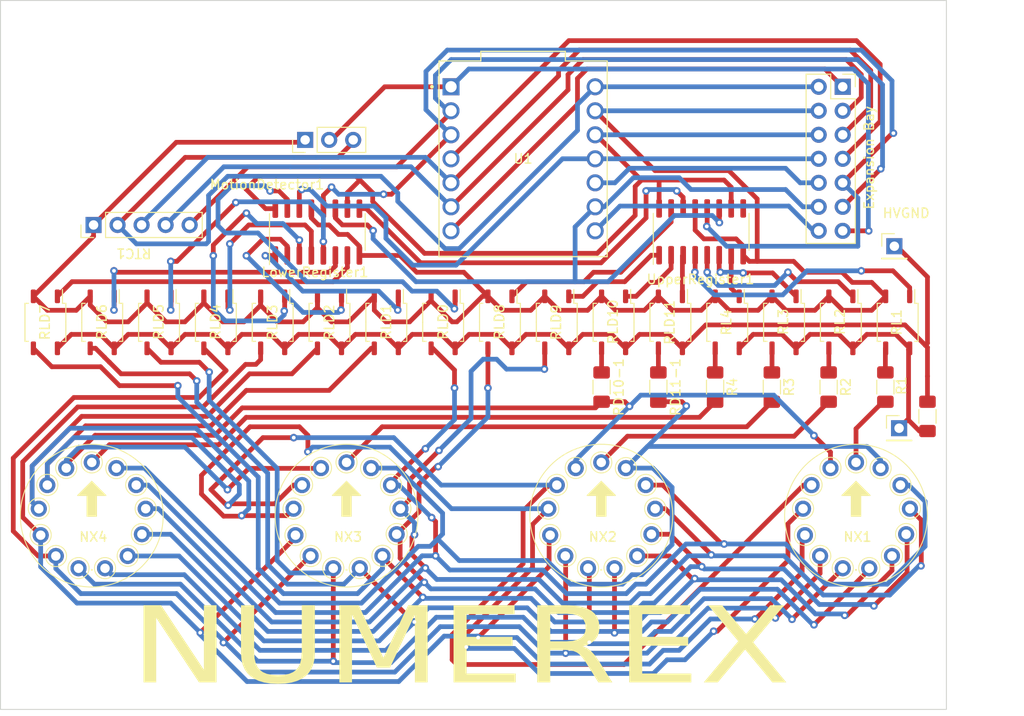
<source format=kicad_pcb>
(kicad_pcb (version 20240108) (generator "pcbnew") (generator_version "8.0")
  (title_block (title "Numerex Tube Driver") (date "2023-12-23") (rev "Revision Quinta") (company "Futuron Electronics"))
  (layers (0 "F.Cu" signal) (31 "B.Cu" signal) (34 "B.Paste" user) (35 "F.Paste" user) (36 "B.SilkS" user "B.Silkscreen") (37 "F.SilkS" user "F.Silkscreen") (38 "B.Mask" user) (39 "F.Mask" user) (44 "Edge.Cuts" user))
  (net 0 "")
  (net 1 "Net-(NX1-RC)")
  (net 2 "Net-(LowerRegister1-QA)")
  (net 3 "Net-(NX1-D0)")
  (net 4 "Net-(LowerRegister1-QB)")
  (net 5 "Net-(NX1-D9)")
  (net 6 "Net-(LowerRegister1-QC)")
  (net 7 "Net-(NX1-D8)")
  (net 8 "Net-(LowerRegister1-QD)")
  (net 9 "Net-(NX1-D7)")
  (net 10 "Net-(LowerRegister1-QE)")
  (net 11 "Net-(NX1-D6)")
  (net 12 "Net-(LowerRegister1-QF)")
  (net 13 "Net-(NX1-D5)")
  (net 14 "Net-(LowerRegister1-QG)")
  (net 15 "Net-(NX1-D4)")
  (net 16 "Net-(LowerRegister1-QH)")
  (net 17 "Net-(NX1-D3)")
  (net 18 "Net-(NX1-D2)")
  (net 19 "Net-(HV1-Pin_1)")
  (net 20 "Net-(HVGND1-Pin_1)")
  (net 21 "Net-(LowerRegister1-VCC)")
  (net 22 "Net-(LowerRegister1-SRCLK)")
  (net 23 "Net-(LowerRegister1-RCLK)")
  (net 24 "Net-(RL1-Load)")
  (net 25 "Net-(RL2-Load)")
  (net 26 "Net-(RL3-Load)")
  (net 27 "Net-(RL4-Load)")
  (net 28 "Net-(LowerRegister1-SER)")
  (net 29 "Net-(LowerRegister1-QH')")
  (net 30 "Net-(NX1-Anode)")
  (net 31 "Net-(NX2-Anode)")
  (net 32 "Net-(NX3-Anode)")
  (net 33 "Net-(NX4-Anode)")
  (net 34 "Net-(RL1-Diode+)")
  (net 35 "Net-(RL2-Diode+)")
  (net 36 "Net-(RL3-Diode+)")
  (net 37 "Net-(RL4-Diode+)")
  (net 38 "Net-(RLD8-Diode+)")
  (net 39 "Net-(RLD9-Diode+)")
  (net 40 "Net-(RLD10-Diode+)")
  (net 41 "Net-(RLD10-Load)")
  (net 42 "Net-(NX1-D1)")
  (net 43 "Net-(RLD11-Diode+)")
  (net 44 "Net-(NX1-LC)")
  (net 46 "Net-(RLD11-Load)")
  (net 47 "Net-(LowerRegister1-GND)")
  (net 48 "Net-(MotionDetector1-Sense)")
  (net 49 "Net-(MotionDetector1-5V)")
  (net 50 "Net-(RTC1-SDA)")
  (net 51 "Net-(RTC1-SCL)")
  (net 52 "Net-(RTC1-SQW)")
  (net 53 "unconnected-(U1-A3{slash}D3-Pad4)")
  (net 54 "unconnected-(U1-A6{slash}D6{slash}TX-Pad7)")
  (net 55 "unconnected-(U1-A7{slash}D7{slash}RX-Pad8)")
  (net 56 "unconnected-(U1-A9{slash}D9{slash}MISO-Pad10)")
  (footprint "Package_SO:SOIC-16_3.9x9.9mm_P1.27mm" (layer "F.Cu") (at 256.025 112.575 90)
    (property "Reference" "UpperRegister1")
    (property "Value" "SN74HC595DR")
  )
  (footprint "Numerex_Footprints:MODULE_ADAFRUIT_QT_PY" (layer "F.Cu") (at 237.2 104.85)
    (property "Reference" "U1")
    (property "Value" "ADAFRUIT_QT_PY")
  )
  (footprint "Package_SO:SOP-4_3.8x4.1mm_P2.54mm" (layer "F.Cu") (at 240.759994 122.15 -90)
    (property "Reference" "RLD9")
    (property "Value" "~")
  )
  (footprint "Package_SO:SOP-4_3.8x4.1mm_P2.54mm" (layer "F.Cu") (at 234.753328 122.15 -90)
    (property "Reference" "RLD8")
    (property "Value" "~")
  )
  (footprint "Resistor_SMD:R_1206_3216Metric_Pad1.30x1.75mm_HandSolder" (layer "F.Cu") (at 257.5 129 -90)
    (property "Reference" "R4")
    (property "Value" "22k")
  )
  (footprint "Resistor_SMD:R_1206_3216Metric_Pad1.30x1.75mm_HandSolder" (layer "F.Cu") (at 251.5 129 -90)
    (property "Reference" "RD11-1")
    (property "Value" "10k")
  )
  (footprint "Package_SO:SOP-4_3.8x4.1mm_P2.54mm" (layer "F.Cu") (at 270.793324 122.15 -90)
    (property "Reference" "RL2")
    (property "Value" "~")
  )
  (footprint "Numerex_Footprints:IN-14" (layer "F.Cu") (at 236.125182 151.850636)
    (property "Reference" "NX2")
    (property "Value" "~")
  )
  (footprint "Connector_PinSocket_2.54mm:PinSocket_2x07_P2.54mm_Vertical" (layer "F.Cu") (at 270.99 97.23)
    (property "Reference" "Expansion Bay")
    (property "Value" "")
  )
  (footprint "Numerex_Footprints:IN-14" (layer "F.Cu") (at 209.193591 151.850636)
    (property "Reference" "NX3")
    (property "Value" "~")
  )
  (footprint "Package_SO:SOP-4_3.8x4.1mm_P2.54mm" (layer "F.Cu") (at 198.713332 122.15 -90)
    (property "Reference" "RLD5")
    (property "Value" "~")
  )
  (footprint "Package_SO:SOP-4_3.8x4.1mm_P2.54mm" (layer "F.Cu") (at 246.76666 122.15 -90)
    (property "Reference" "RLD10")
    (property "Value" "~")
  )
  (footprint "Numerex_Footprints:RTC" (layer "F.Cu") (at 203.74 117.05 90)
    (property "Reference" "RTC1")
    (property "Value" "~")
  )
  (footprint "Connector_PinHeader_2.54mm:PinHeader_1x01_P2.54mm_Vertical" (layer "F.Cu") (at 276.95 133.35)
    (property "Reference" "HV" (hide yes))
    (property "Value" "PinHeader_1x01_P2.54mm_Vertical")
  )
  (footprint "Connector_PinHeader_2.54mm:PinHeader_1x03_P2.54mm_Vertical" (layer "F.Cu") (at 214.16 102.85 90)
    (property "Reference" "MotionDetector1")
    (property "Value" "~")
  )
  (footprint "Package_SO:SOP-4_3.8x4.1mm_P2.54mm" (layer "F.Cu") (at 258.779992 122.15 -90)
    (property "Reference" "RL4")
    (property "Value" "~")
  )
  (footprint "Resistor_SMD:R_1206_3216Metric_Pad1.30x1.75mm_HandSolder" (layer "F.Cu") (at 245.5 129 -90)
    (property "Reference" "RD10-1")
    (property "Value" "10k")
  )
  (footprint "Package_SO:SOP-4_3.8x4.1mm_P2.54mm" (layer "F.Cu") (at 222.739996 122.15 -90)
    (property "Reference" "RLD1")
    (property "Value" "~")
  )
  (footprint "Package_SO:SOP-4_3.8x4.1mm_P2.54mm" (layer "F.Cu") (at 228.746662 122.15 -90)
    (property "Reference" "RLD0")
    (property "Value" "~")
  )
  (footprint "Connector_PinHeader_2.54mm:PinHeader_1x01_P2.54mm_Vertical" (layer "F.Cu") (at 276.45 114.1)
    (property "Reference" "HVGND")
    (property "Value" "PinHeader_1x01_P2.54mm_Vertical")
  )
  (footprint "Package_SO:SOIC-16_3.9x9.9mm_P1.27mm" (layer "F.Cu") (at 215.45 112.6 90)
    (property "Reference" "LowerRegister1")
    (property "Value" "SN74HC595DR")
  )
  (footprint "Numerex_Footprints:IN-14" (layer "F.Cu") (at 263.056774 151.850636)
    (property "Reference" "NX1")
    (property "Value" "~")
  )
  (footprint "Resistor_SMD:R_1206_3216Metric_Pad1.30x1.75mm_HandSolder" (layer "F.Cu") (at 275.5 129 -90)
    (property "Reference" "R1")
    (property "Value" "22k")
  )
  (footprint "Numerex_Footprints:IN-14" (layer "F.Cu") (at 182.262 151.850636)
    (property "Reference" "NX4")
    (property "Value" "~")
  )
  (footprint "Package_SO:SOP-4_3.8x4.1mm_P2.54mm" (layer "F.Cu") (at 264.786658 122.15 -90)
    (property "Reference" "RL3")
    (property "Value" "~")
  )
  (footprint "Resistor_SMD:R_1206_3216Metric_Pad1.30x1.75mm_HandSolder" (layer "F.Cu") (at 263.5 129 -90)
    (property "Reference" "R3")
    (property "Value" "22k")
  )
  (footprint "Package_SO:SOP-4_3.8x4.1mm_P2.54mm" (layer "F.Cu") (at 216.73333 122.15 -90)
    (property "Reference" "RLD2")
    (property "Value" "~")
  )
  (footprint "Resistor_SMD:R_1206_3216Metric_Pad1.30x1.75mm_HandSolder" (layer "F.Cu") (at 269.5 129 -90)
    (property "Reference" "R2")
    (property "Value" "22k")
  )
  (footprint "Package_SO:SOP-4_3.8x4.1mm_P2.54mm" (layer "F.Cu") (at 210.726664 122.15 -90)
    (property "Reference" "RLD3")
    (property "Value" "~")
  )
  (footprint "Package_SO:SOP-4_3.8x4.1mm_P2.54mm" (layer "F.Cu") (at 192.706666 122.15 -90)
    (property "Reference" "RLD6")
    (property "Value" "~")
  )
  (footprint "Package_SO:SOP-4_3.8x4.1mm_P2.54mm" (layer "F.Cu") (at 186.7 122.15 -90)
    (property "Reference" "RLD7")
    (property "Value" "~")
  )
  (footprint "Package_SO:SOP-4_3.8x4.1mm_P2.54mm" (layer "F.Cu") (at 276.8 122.15 -90)
    (property "Reference" "RL1")
    (property "Value" "~")
  )
  (footprint "Package_SO:SOP-4_3.8x4.1mm_P2.54mm" (layer "F.Cu") (at 204.719998 122.15 -90)
    (property "Reference" "RLD4")
    (property "Value" "~")
  )
  (footprint "Resistor_SMD:R_1206_3216Metric_Pad1.30x1.75mm_HandSolder" (layer "F.Cu") (at 279.95 132.1 -90)
    (property "Reference" "R_vamp1" (hide yes))
    (property "Value" "22k")
  )
  (footprint "Package_SO:SOP-4_3.8x4.1mm_P2.54mm" (layer "F.Cu") (at 252.773326 122.15 -90)
    (property "Reference" "RLD11")
    (property "Value" "~")
  )
  (gr_rect (start 181.95 88.1) (end 281.95 163.1) (stroke (width 0.1)) (fill none) (layer "Edge.Cuts"))
  (gr_text "NUMEREX" (at 195.7 161.6 0) (layer "F.SilkS") (effects (font (size 8 10)) (justify left bottom)))
  (segment (start 254.0005 130.55) (end 251.5 130.55) (width 0.5) (layer "F.Cu") (net 1))
  (segment (start 254.45 130.9995) (end 254.0005 130.55) (width 0.5) (layer "F.Cu") (net 1))
  (via (at 254.45 130.9995) (size 0.8) (drill 0.4) (layers "F.Cu" "B.Cu") (net 1))
  (segment (start 197.176027 137.568669) (end 194.202 137.568669) (width 0.5) (layer "B.Cu") (net 1))
  (segment (start 211.457359 151.850001) (end 197.176027 137.568669) (width 0.5) (layer "B.Cu") (net 1))
  (segment (start 221.133591 137.568669) (end 223.919375 137.568669) (width 0.5) (layer "B.Cu") (net 1))
  (segment (start 247.7 149.85) (end 242.2 149.85) (width 0.5) (layer "B.Cu") (net 1))
  (segment (start 252.95 145.6625) (end 249.762501 148.849999) (width 0.5) (layer "B.Cu") (net 1))
  (segment (start 274.996774 136.723325) (end 273.553449 135.28) (width 0.5) (layer "B.Cu") (net 1))
  (segment (start 273.553449 135.28) (end 250.353851 135.28) (width 0.5) (layer "B.Cu") (net 1))
  (segment (start 274.996774 137.568669) (end 274.996774 136.723325) (width 0.5) (layer "B.Cu") (net 1))
  (segment (start 250.353851 135.28) (end 248.065182 137.568669) (width 0.5) (layer "B.Cu") (net 1))
  (segment (start 223.919375 137.568669) (end 228.690734 142.340028) (width 0.5) (layer "B.Cu") (net 1))
  (segment (start 248.065182 137.568669) (end 250.918669 137.568669) (width 0.5) (layer "B.Cu") (net 1))
  (segment (start 254.45 131.183851) (end 248.065182 137.568669) (width 0.5) (layer "B.Cu") (net 1))
  (segment (start 220.114213 151.850001) (end 211.457359 151.850001) (width 0.5) (layer "B.Cu") (net 1))
  (segment (start 227.382107 145.85) (end 226.114214 145.85) (width 0.5) (layer "B.Cu") (net 1))
  (segment (start 250.918669 137.568669) (end 252.95 139.6) (width 0.5) (layer "B.Cu") (net 1))
  (segment (start 254.45 130.9995) (end 254.45 131.183851) (width 0.5) (layer "B.Cu") (net 1))
  (segment (start 248.700001 148.849999) (end 247.7 149.85) (width 0.5) (layer "B.Cu") (net 1))
  (segment (start 226.114214 145.85) (end 220.114213 151.850001) (width 0.5) (layer "B.Cu") (net 1))
  (segment (start 252.95 139.6) (end 252.95 145.6625) (width 0.5) (layer "B.Cu") (net 1))
  (segment (start 228.3 145.2) (end 228.032107 145.2) (width 0.5) (layer "B.Cu") (net 1))
  (segment (start 228.690734 142.340028) (end 228.690734 144.541372) (width 0.5) (layer "B.Cu") (net 1))
  (segment (start 242.2 149.85) (end 239.7 147.35) (width 0.5) (layer "B.Cu") (net 1))
  (segment (start 228.032107 145.2) (end 227.382107 145.85) (width 0.5) (layer "B.Cu") (net 1))
  (segment (start 249.762501 148.849999) (end 248.700001 148.849999) (width 0.5) (layer "B.Cu") (net 1))
  (segment (start 230.45 147.35) (end 228.3 145.2) (width 0.5) (layer "B.Cu") (net 1))
  (segment (start 239.7 147.35) (end 230.45 147.35) (width 0.5) (layer "B.Cu") (net 1))
  (segment (start 228.690734 144.541372) (end 227.666053 145.566053) (width 0.5) (layer "B.Cu") (net 1))
  (segment (start 229.93807 120.71243) (end 230.016662 120.633838) (width 0.5) (layer "F.Cu") (net 2))
  (segment (start 212.275 109.147208) (end 212.275 110.125) (width 0.5) (layer "F.Cu") (net 2))
  (segment (start 230.016662 120.633838) (end 230.016662 119.4) (width 0.5) (layer "F.Cu") (net 2))
  (segment (start 210.45 108.2495) (end 211.377292 108.2495) (width 0.5) (layer "F.Cu") (net 2))
  (segment (start 211.377292 108.2495) (end 212.275 109.147208) (width 0.5) (layer "F.Cu") (net 2))
  (via (at 229.93807 120.71243) (size 0.8) (drill 0.4) (layers "F.Cu" "B.Cu") (net 2))
  (via (at 210.45 108.2495) (size 0.8) (drill 0.4) (layers "F.Cu" "B.Cu") (net 2))
  (segment (start 205.723654 112.7) (end 209.176346 112.7) (width 0.5) (layer "B.Cu") (net 2))
  (segment (start 209.176346 112.7) (end 214.326346 117.85) (width 0.5) (layer "B.Cu") (net 2))
  (segment (start 204.95 109.138428) (end 204.95 111.926346) (width 0.5) (layer "B.Cu") (net 2))
  (segment (start 225.457358 118.85) (end 228.07564 118.85) (width 0.5) (layer "B.Cu") (net 2))
  (segment (start 228.07564 118.85) (end 229.93807 120.71243) (width 0.5) (layer "B.Cu") (net 2))
  (segment (start 204.95 111.926346) (end 205.723654 112.7) (width 0.5) (layer "B.Cu") (net 2))
  (segment (start 214.326346 117.85) (end 224.457358 117.85) (width 0.5) (layer "B.Cu") (net 2))
  (segment (start 224.457358 117.85) (end 225.457358 118.85) (width 0.5) (layer "B.Cu") (net 2))
  (segment (start 209.9005 107.7) (end 206.388428 107.7) (width 0.5) (layer "B.Cu") (net 2))
  (segment (start 210.45 108.2495) (end 209.9005 107.7) (width 0.5) (layer "B.Cu") (net 2))
  (segment (start 206.388428 107.7) (end 204.95 109.138428) (width 0.5) (layer "B.Cu") (net 2))
  (segment (start 258.2 145.6) (end 251.968669 139.368669) (width 0.5) (layer "F.Cu") (net 3))
  (segment (start 258.45 145.6) (end 258.2 145.6) (width 0.5) (layer "F.Cu") (net 3))
  (segment (start 223.233591 139.066409) (end 223.233591 139.368669) (width 0.5) (layer "F.Cu") (net 3))
  (segment (start 226.779583 135.520417) (end 223.233591 139.066409) (width 0.5) (layer "F.Cu") (net 3))
  (segment (start 227.531467 142.807107) (end 227.95 143.22564) (width 0.5) (layer "F.Cu") (net 3))
  (segment (start 251.968669 139.368669) (end 250.165182 139.368669) (width 0.5) (layer "F.Cu") (net 3))
  (segment (start 229.95 129.1) (end 229.95 127.2005) (width 0.5) (layer "F.Cu") (net 3))
  (segment (start 227.6495 124.9) (end 227.476662 124.9) (width 0.5) (layer "F.Cu") (net 3))
  (segment (start 227.95 143.22564) (end 227.95 146.85) (width 0.5) (layer "F.Cu") (net 3))
  (segment (start 226.870417 135.520417) (end 226.779583 135.520417) (width 0.5) (layer "F.Cu") (net 3))
  (segment (start 229.95 127.2005) (end 227.6495 124.9) (width 0.5) (layer "F.Cu") (net 3))
  (via (at 258.45 145.6) (size 0.8) (drill 0.4) (layers "F.Cu" "B.Cu") (net 3))
  (via (at 226.870417 135.520417) (size 0.8) (drill 0.4) (layers "F.Cu" "B.Cu") (net 3))
  (via (at 229.95 129.1) (size 0.8) (drill 0.4) (layers "F.Cu" "B.Cu") (net 3))
  (via (at 227.95 146.85) (size 0.8) (drill 0.4) (layers "F.Cu" "B.Cu") (net 3))
  (via (at 227.531467 142.807107) (size 0.8) (drill 0.4) (layers "F.Cu" "B.Cu") (net 3))
  (segment (start 227.531467 142.807107) (end 227.522029 142.807107) (width 0.5) (layer "B.Cu") (net 3))
  (segment (start 279.7 141.1) (end 277.968669 139.368669) (width 0.5) (layer "B.Cu") (net 3))
  (segment (start 249.114215 149.849999) (end 248.114214 150.85) (width 0.5) (layer "B.Cu") (net 3))
  (segment (start 241.785786 150.85) (end 239.285786 148.35) (width 0.5) (layer "B.Cu") (net 3))
  (segment (start 275.7 149.85) (end 279.7 145.85) (width 0.5) (layer "B.Cu") (net 3))
  (segment (start 277.968669 139.368669) (end 277.096774 139.368669) (width 0.5) (layer "B.Cu") (net 3))
  (segment (start 269.2 149.85) (end 275.7 149.85) (width 0.5) (layer "B.Cu") (net 3))
  (segment (start 254.426714 145.6) (end 250.176715 149.849999) (width 0.5) (layer "B.Cu") (net 3))
  (segment (start 211.043145 152.850001) (end 197.561813 139.368669) (width 0.5) (layer "B.Cu") (net 3))
  (segment (start 258.45 145.6) (end 264.95 145.6) (width 0.5) (layer "B.Cu") (net 3))
  (segment (start 250.176715 149.849999) (end 249.114215 149.849999) (width 0.5) (layer "B.Cu") (net 3))
  (segment (start 229.45 148.35) (end 227.95 146.85) (width 0.5) (layer "B.Cu") (net 3))
  (segment (start 229.95 129.1) (end 229.95 132.440834) (width 0.5) (layer "B.Cu") (net 3))
  (segment (start 227.522029 142.807107) (end 224.083591 139.368669) (width 0.5) (layer "B.Cu") (net 3))
  (segment (start 264.95 145.6) (end 269.2 149.85) (width 0.5) (layer "B.Cu") (net 3))
  (segment (start 197.561813 139.368669) (end 196.302 139.368669) (width 0.5) (layer "B.Cu") (net 3))
  (segment (start 226.528428 146.85) (end 220.528427 152.850001) (width 0.5) (layer "B.Cu") (net 3))
  (segment (start 224.083591 139.368669) (end 223.233591 139.368669) (width 0.5) (layer "B.Cu") (net 3))
  (segment (start 227.95 146.85) (end 226.528428 146.85) (width 0.5) (layer "B.Cu") (net 3))
  (segment (start 279.7 145.85) (end 279.7 141.1) (width 0.5) (layer "B.Cu") (net 3))
  (segment (start 239.285786 148.35) (end 229.45 148.35) (width 0.5) (layer "B.Cu") (net 3))
  (segment (start 258.45 145.6) (end 254.426714 145.6) (width 0.5) (layer "B.Cu") (net 3))
  (segment (start 220.528427 152.850001) (end 211.043145 152.850001) (width 0.5) (layer "B.Cu") (net 3))
  (segment (start 248.114214 150.85) (end 241.785786 150.85) (width 0.5) (layer "B.Cu") (net 3))
  (segment (start 229.95 132.440834) (end 226.870417 135.520417) (width 0.5) (layer "B.Cu") (net 3))
  (segment (start 224.009996 120.790004) (end 223.95 120.85) (width 0.5) (layer "F.Cu") (net 4))
  (segment (start 209.975 115.075) (end 209.95 115.1) (width 0.5) (layer "F.Cu") (net 4))
  (segment (start 224.009996 119.4) (end 224.009996 120.790004) (width 0.5) (layer "F.Cu") (net 4))
  (segment (start 211.005 115.075) (end 209.975 115.075) (width 0.5) (layer "F.Cu") (net 4))
  (via (at 209.95 115.1) (size 0.8) (drill 0.4) (layers "F.Cu" "B.Cu") (net 4))
  (via (at 223.95 120.85) (size 0.8) (drill 0.4) (layers "F.Cu" "B.Cu") (net 4))
  (segment (start 221.95 118.85) (end 223.95 120.85) (width 0.5) (layer "B.Cu") (net 4))
  (segment (start 210.162132 115.1) (end 213.912132 118.85) (width 0.5) (layer "B.Cu") (net 4))
  (segment (start 213.912132 118.85) (end 221.95 118.85) (width 0.5) (layer "B.Cu") (net 4))
  (segment (start 209.95 115.1) (end 210.162132 115.1) (width 0.5) (layer "B.Cu") (net 4))
  (segment (start 239.489994 127.060006) (end 239.489994 124.9) (width 0.5) (layer "F.Cu") (net 5))
  (segment (start 225.719287 144.619287) (end 225.45 144.888574) (width 0.5) (layer "F.Cu") (net 5))
  (segment (start 225.2 140.90226) (end 224.233591 141.868669) (width 0.5) (layer "F.Cu") (net 5))
  (segment (start 225.45 144.888574) (end 225.45 146.72436) (width 0.5) (layer "F.Cu") (net 5))
  (segment (start 279.26282 147.91282) (end 279.296774 147.878866) (width 0.5) (layer "F.Cu") (net 5))
  (segment (start 279.296774 147.878866) (end 279.296774 143.068669) (width 0.5) (layer "F.Cu") (net 5))
  (segment (start 228.308237 135.708237) (end 225.2 138.816474) (width 0.5) (layer "F.Cu") (net 5))
  (segment (start 239.45 127.1) (end 239.489994 127.060006) (width 0.5) (layer "F.Cu") (net 5))
  (segment (start 225.45 146.72436) (end 226.864854 148.139214) (width 0.5) (layer "F.Cu") (net 5))
  (segment (start 225.2 138.816474) (end 225.2 140.90226) (width 0.5) (layer "F.Cu") (net 5))
  (segment (start 252.242529 141.868669) (end 251.165182 141.868669) (width 0.5) (layer "F.Cu") (net 5))
  (segment (start 279.296774 143.068669) (end 278.096774 141.868669) (width 0.5) (layer "F.Cu") (net 5))
  (segment (start 257.08693 146.71307) (end 252.242529 141.868669) (width 0.5) (layer "F.Cu") (net 5))
  (segment (start 257.08693 146.7495) (end 257.08693 146.71307) (width 0.5) (layer "F.Cu") (net 5))
  (via (at 226.864854 148.139214) (size 0.8) (drill 0.4) (layers "F.Cu" "B.Cu") (net 5))
  (via (at 239.45 127.1) (size 0.8) (drill 0.4) (layers "F.Cu" "B.Cu") (net 5))
  (via (at 257.08693 146.7495) (size 0.8) (drill 0.4) (layers "F.Cu" "B.Cu") (net 5))
  (via (at 225.719287 144.619287) (size 0.8) (drill 0.4) (layers "F.Cu" "B.Cu") (net 5))
  (via (at 279.26282 147.91282) (size 0.8) (drill 0.4) (layers "F.Cu" "B.Cu") (net 5))
  (via (at 228.308237 135.708237) (size 0.8) (drill 0.4) (layers "F.Cu" "B.Cu") (net 5))
  (segment (start 279.051394 147.91282) (end 279.26282 147.91282) (width 0.5) (layer "B.Cu") (net 5))
  (segment (start 231.7 127.324154) (end 232.973654 126.0505) (width 0.5) (layer "B.Cu") (net 5))
  (segment (start 238.871572 149.35) (end 228.076346 149.35) (width 0.5) (layer "B.Cu") (net 5))
  (segment (start 250.653429 150.849999) (end 249.528429 150.849999) (width 0.5) (layer "B.Cu") (net 5))
  (segment (start 225.719287 143.354365) (end 224.233591 141.868669) (width 0.5) (layer "B.Cu") (net 5))
  (segment (start 268.935286 150.9995) (end 275.964714 150.9995) (width 0.5) (layer "B.Cu") (net 5))
  (segment (start 257.08693 146.7495) (end 256.98643 146.85) (width 0.5) (layer "B.Cu") (net 5))
  (segment (start 225.719287 144.619287) (end 225.719287 143.354365) (width 0.5) (layer "B.Cu") (net 5))
  (segment (start 231.7 132.316474) (end 231.7 127.324154) (width 0.5) (layer "B.Cu") (net 5))
  (segment (start 234.4005 126.0505) (end 235.45 127.1) (width 0.5) (layer "B.Cu") (net 5))
  (segment (start 220.942641 153.850001) (end 210.628931 153.850001) (width 0.5) (layer "B.Cu") (net 5))
  (segment (start 198.647599 141.868669) (end 197.302 141.868669) (width 0.5) (layer "B.Cu") (net 5))
  (segment (start 254.653428 146.85) (end 250.653429 150.849999) (width 0.5) (layer "B.Cu") (net 5))
  (segment (start 226.86556 148.139214) (end 226.864854 148.139214) (width 0.5) (layer "B.Cu") (net 5))
  (segment (start 241.371572 151.85) (end 238.871572 149.35) (width 0.5) (layer "B.Cu") (net 5))
  (segment (start 226.653428 148.139214) (end 220.942641 153.850001) (width 0.5) (layer "B.Cu") (net 5))
  (segment (start 264.785786 146.85) (end 268.935286 150.9995) (width 0.5) (layer "B.Cu") (net 5))
  (segment (start 275.964714 150.9995) (end 279.051394 147.91282) (width 0.5) (layer "B.Cu") (net 5))
  (segment (start 257.18743 146.85) (end 264.785786 146.85) (width 0.5) (layer "B.Cu") (net 5))
  (segment (start 232.973654 126.0505) (end 234.4005 126.0505) (width 0.5) (layer "B.Cu") (net 5))
  (segment (start 228.308237 135.708237) (end 231.7 132.316474) (width 0.5) (layer "B.Cu") (net 5))
  (segment (start 235.45 127.1) (end 239.45 127.1) (width 0.5) (layer "B.Cu") (net 5))
  (segment (start 249.528429 150.849999) (end 248.528428 151.85) (width 0.5) (layer "B.Cu") (net 5))
  (segment (start 226.864854 148.139214) (end 226.653428 148.139214) (width 0.5) (layer "B.Cu") (net 5))
  (segment (start 248.528428 151.85) (end 241.371572 151.85) (width 0.5) (layer "B.Cu") (net 5))
  (segment (start 257.08693 146.7495) (end 257.18743 146.85) (width 0.5) (layer "B.Cu") (net 5))
  (segment (start 256.98643 146.85) (end 254.653428 146.85) (width 0.5) (layer "B.Cu") (net 5))
  (segment (start 228.076346 149.35) (end 226.86556 148.139214) (width 0.5) (layer "B.Cu") (net 5))
  (segment (start 210.628931 153.850001) (end 198.647599 141.868669) (width 0.5) (layer "B.Cu") (net 5))
  (segment (start 207.95 115.1) (end 209.7 113.35) (width 0.5) (layer "F.Cu") (net 6))
  (segment (start 218.00333 119.4) (end 218.00333 120.79667) (width 0.5) (layer "F.Cu") (net 6))
  (segment (start 212.275 114.097208) (end 212.275 115.075) (width 0.5) (layer "F.Cu") (net 6))
  (segment (start 211.527792 113.35) (end 212.275 114.097208) (width 0.5) (layer "F.Cu") (net 6))
  (segment (start 218.00333 120.79667) (end 217.95 120.85) (width 0.5) (layer "F.Cu") (net 6))
  (segment (start 209.7 113.35) (end 211.527792 113.35) (width 0.5) (layer "F.Cu") (net 6))
  (via (at 217.95 120.85) (size 0.8) (drill 0.4) (layers "F.Cu" "B.Cu") (net 6))
  (via (at 207.95 115.1) (size 0.8) (drill 0.4) (layers "F.Cu" "B.Cu") (net 6))
  (segment (start 217.7 121.1) (end 217.95 120.85) (width 0.5) (layer "B.Cu") (net 6))
  (segment (start 207.95 115.1) (end 213.95 121.1) (width 0.5) (layer "B.Cu") (net 6))
  (segment (start 213.95 121.1) (end 217.7 121.1) (width 0.5) (layer "B.Cu") (net 6))
  (segment (start 228.223444 137.41867) (end 228.012018 137.41867) (width 0.5) (layer "F.Cu") (net 7))
  (segment (start 226.2 142.20226) (end 223.833591 144.568669) (width 0.5) (layer "F.Cu") (net 7))
  (segment (start 256.0886 147.9995) (end 256.0886 147.9614) (width 0.5) (layer "F.Cu") (net 7))
  (segment (start 277.796774 144.668669) (end 277.696774 144.568669) (width 0.5) (layer "F.Cu") (net 7))
  (segment (start 224.2 147.1) (end 224.2 144.935078) (width 0.5) (layer "F.Cu") (net 7))
  (segment (start 228.012018 137.41867) (end 226.2 139.230688) (width 0.5) (layer "F.Cu") (net 7))
  (segment (start 224.2 144.935078) (end 223.833591 144.568669) (width 0.5) (layer "F.Cu") (net 7))
  (segment (start 274.285287 152.149) (end 277.796774 148.637513) (width 0.5) (layer "F.Cu") (net 7))
  (segment (start 277.796774 148.637513) (end 277.796774 144.668669) (width 0.5) (layer "F.Cu") (net 7))
  (segment (start 252.695869 144.568669) (end 250.765182 144.568669) (width 0.5) (layer "F.Cu") (net 7))
  (segment (start 226.759141 149.659141) (end 224.2 147.1) (width 0.5) (layer "F.Cu") (net 7))
  (segment (start 233.483328 129.1) (end 233.483328 124.9) (width 0.5) (layer "F.Cu") (net 7))
  (segment (start 226.2 139.230688) (end 226.2 142.20226) (width 0.5) (layer "F.Cu") (net 7))
  (segment (start 256.0886 147.9614) (end 252.695869 144.568669) (width 0.5) (layer "F.Cu") (net 7))
  (via (at 256.0886 147.9995) (size 0.8) (drill 0.4) (layers "F.Cu" "B.Cu") (net 7))
  (via (at 228.223444 137.41867) (size 0.8) (drill 0.4) (layers "F.Cu" "B.Cu") (net 7))
  (via (at 233.483328 129.1) (size 0.8) (drill 0.4) (layers "F.Cu" "B.Cu") (net 7))
  (via (at 274.285287 152.149) (size 0.8) (drill 0.4) (layers "F.Cu" "B.Cu") (net 7))
  (via (at 226.759141 149.659141) (size 0.8) (drill 0.4) (layers "F.Cu" "B.Cu") (net 7))
  (segment (start 226.759141 149.659141) (end 226.547715 149.659141) (width 0.5) (layer "B.Cu") (net 7))
  (segment (start 254.918142 147.9995) (end 251.067642 151.85) (width 0.5) (layer "B.Cu") (net 7))
  (segment (start 251.067642 151.85) (end 249.942643 151.849999) (width 0.5) (layer "B.Cu") (net 7))
  (segment (start 256.326267 148.237167) (end 264.758739 148.237167) (width 0.5) (layer "B.Cu") (net 7))
  (segment (start 233.483328 132.158786) (end 228.223444 137.41867) (width 0.5) (layer "B.Cu") (net 7))
  (segment (start 249.942643 151.849999) (end 248.942642 152.85) (width 0.5) (layer "B.Cu") (net 7))
  (segment (start 210.214717 154.850001) (end 199.933385 144.568669) (width 0.5) (layer "B.Cu") (net 7))
  (segment (start 233.483328 129.1) (end 233.483328 132.158786) (width 0.5) (layer "B.Cu") (net 7))
  (segment (start 274.135787 151.9995) (end 274.285287 152.149) (width 0.5) (layer "B.Cu") (net 7))
  (segment (start 227.45 150.35) (end 226.759141 149.659141) (width 0.5) (layer "B.Cu") (net 7))
  (segment (start 256.0886 147.9995) (end 256.326267 148.237167) (width 0.5) (layer "B.Cu") (net 7))
  (segment (start 238.457358 150.35) (end 227.45 150.35) (width 0.5) (layer "B.Cu") (net 7))
  (segment (start 199.933385 144.568669) (end 196.902 144.568669) (width 0.5) (layer "B.Cu") (net 7))
  (segment (start 268.521072 151.9995) (end 274.135787 151.9995) (width 0.5) (layer "B.Cu") (net 7))
  (segment (start 240.957358 152.85) (end 238.457358 150.35) (width 0.5) (layer "B.Cu") (net 7))
  (segment (start 256.0886 147.9995) (end 254.918142 147.9995) (width 0.5) (layer "B.Cu") (net 7))
  (segment (start 248.942642 152.85) (end 240.957358 152.85) (width 0.5) (layer "B.Cu") (net 7))
  (segment (start 264.758739 148.237167) (end 268.521072 151.9995) (width 0.5) (layer "B.Cu") (net 7))
  (segment (start 221.356855 154.850001) (end 210.214717 154.850001) (width 0.5) (layer "B.Cu") (net 7))
  (segment (start 277.696774 144.568669) (end 277.95 144.821895) (width 0.5) (layer "B.Cu") (net 7))
  (segment (start 226.547715 149.659141) (end 221.356855 154.850001) (width 0.5) (layer "B.Cu") (net 7))
  (segment (start 211.996664 120.903836) (end 211.996664 119.4) (width 0.5) (layer "F.Cu") (net 8))
  (segment (start 213.545 115.075) (end 213.545 113.445) (width 0.5) (layer "F.Cu") (net 8))
  (segment (start 207.823654 110.6) (end 204.45 113.973654) (width 0.5) (layer "F.Cu") (net 8))
  (segment (start 204.45 113.973654) (end 204.45 115.1) (width 0.5) (layer "F.Cu") (net 8))
  (segment (start 207.95 110.6) (end 207.823654 110.6) (width 0.5) (layer "F.Cu") (net 8))
  (segment (start 211.95 120.9505) (end 211.996664 120.903836) (width 0.5) (layer "F.Cu") (net 8))
  (via (at 207.95 110.6) (size 0.8) (drill 0.4) (layers "F.Cu" "B.Cu") (net 8))
  (via (at 211.95 120.9505) (size 0.8) (drill 0.4) (layers "F.Cu" "B.Cu") (net 8))
  (via (at 204.45 115.1) (size 0.8) (drill 0.4) (layers "F.Cu" "B.Cu") (net 8))
  (via (at 213.545 113.445) (size 0.8) (drill 0.4) (layers "F.Cu" "B.Cu") (net 8))
  (segment (start 211.799999 111.699999) (end 209.049999 111.699999) (width 0.5) (layer "B.Cu") (net 8))
  (segment (start 211.95 121.35) (end 211.3 122) (width 0.5) (layer "B.Cu") (net 8))
  (segment (start 211.3 122) (end 205.723654 122) (width 0.5) (layer "B.Cu") (net 8))
  (segment (start 213.545 113.445) (end 211.799999 111.699999) (width 0.5) (layer "B.Cu") (net 8))
  (segment (start 211.95 120.9505) (end 211.95 121.35) (width 0.5) (layer "B.Cu") (net 8))
  (segment (start 209.049999 111.699999) (end 207.95 110.6) (width 0.5) (layer "B.Cu") (net 8))
  (segment (start 204.45 120.726346) (end 204.45 115.1) (width 0.5) (layer "B.Cu") (net 8))
  (segment (start 205.723654 122) (end 204.45 120.726346) (width 0.5) (layer "B.Cu") (net 8))
  (segment (start 192.532336 126.85) (end 187.38 126.85) (width 0.5) (layer "F.Cu") (net 9))
  (segment (start 200.7 128.85) (end 194.532336 128.85) (width 0.5) (layer "F.Cu") (net 9))
  (segment (start 222.333591 146.983591) (end 222.333591 146.868669) (width 0.5) (layer "F.Cu") (net 9))
  (segment (start 252.682002 146.868669) (end 249.265182 146.868669) (width 0.5) (layer "F.Cu") (net 9))
  (segment (start 276.196774 148.39816) (end 276.196774 146.868669) (width 0.5) (layer "F.Cu") (net 9))
  (segment (start 187.38 126.85) (end 185.43 124.9) (width 0.5) (layer "F.Cu") (net 9))
  (segment (start 255.070899 149.257566) (end 252.682002 146.868669) (width 0.5) (layer "F.Cu") (net 9))
  (segment (start 226.591248 151.241248) (end 222.333591 146.983591) (width 0.5) (layer "F.Cu") (net 9))
  (segment (start 194.532336 128.85) (end 192.532336 126.85) (width 0.5) (layer "F.Cu") (net 9))
  (segment (start 271.2 153.149) (end 271.445934 153.149) (width 0.5) (layer "F.Cu") (net 9))
  (segment (start 271.445934 153.149) (end 276.196774 148.39816) (width 0.5) (layer "F.Cu") (net 9))
  (segment (start 255.343968 149.257566) (end 255.070899 149.257566) (width 0.5) (layer "F.Cu") (net 9))
  (via (at 226.591248 151.241248) (size 0.8) (drill 0.4) (layers "F.Cu" "B.Cu") (net 9))
  (via (at 200.7 128.85) (size 0.8) (drill 0.4) (layers "F.Cu" "B.Cu") (net 9))
  (via (at 255.343968 149.257566) (size 0.8) (drill 0.4) (layers "F.Cu" "B.Cu") (net 9))
  (via (at 271.2 153.149) (size 0.8) (drill 0.4) (layers "F.Cu" "B.Cu") (net 9))
  (segment (start 200.7 128.85) (end 200.7 130.021572) (width 0.5) (layer "B.Cu") (net 9))
  (segment (start 268.106858 152.9995) (end 271.0505 152.9995) (width 0.5) (layer "B.Cu") (net 9))
  (segment (start 249.356856 153.85) (end 240.543144 153.85) (width 0.5) (layer "B.Cu") (net 9))
  (segment (start 250.356857 152.849999) (end 249.356856 153.85) (width 0.5) (layer "B.Cu") (net 9))
  (segment (start 238.043144 151.35) (end 226.700001 151.350001) (width 0.5) (layer "B.Cu") (net 9))
  (segment (start 221.982495 155.850001) (end 209.800503 155.850001) (width 0.5) (layer "B.Cu") (net 9))
  (segment (start 255.343968 149.257566) (end 255.473069 149.386667) (width 0.5) (layer "B.Cu") (net 9))
  (segment (start 209.2 148.178428) (end 211.871573 150.850001) (width 0.5) (layer "B.Cu") (net 9))
  (segment (start 240.543144 153.85) (end 238.043144 151.35) (width 0.5) (layer "B.Cu") (net 9))
  (segment (start 211.871573 150.850001) (end 219.699999 150.850001) (width 0.5) (layer "B.Cu") (net 9))
  (segment (start 251.736668 152.849999) (end 250.356857 152.849999) (width 0.5) (layer "B.Cu") (net 9))
  (segment (start 226.591248 151.241248) (end 221.982495 155.850001) (width 0.5) (layer "B.Cu") (net 9))
  (segment (start 209.800503 155.850001) (end 200.819171 146.868669) (width 0.5) (layer "B.Cu") (net 9))
  (segment (start 209.200001 138.521573) (end 209.2 148.178428) (width 0.5) (layer "B.Cu") (net 9))
  (segment (start 222.333591 148.216409) (end 222.333591 146.868669) (width 0.5) (layer "B.Cu") (net 9))
  (segment (start 200.7 130.021572) (end 209.200001 138.521573) (width 0.5) (layer "B.Cu") (net 9))
  (segment (start 219.699999 150.850001) (end 222.333591 148.216409) (width 0.5) (layer "B.Cu") (net 9))
  (segment (start 255.343968 149.257566) (end 255.329101 149.257566) (width 0.5) (layer "B.Cu") (net 9))
  (segment (start 200.819171 146.868669) (end 195.402 146.868669) (width 0.5) (layer "B.Cu") (net 9))
  (segment (start 255.329101 149.257566) (end 251.736668 152.849999) (width 0.5) (layer "B.Cu") (net 9))
  (segment (start 264.494025 149.386667) (end 268.106858 152.9995) (width 0.5) (layer "B.Cu") (net 9))
  (segment (start 226.700001 151.350001) (end 226.591248 151.241248) (width 0.5) (layer "B.Cu") (net 9))
  (segment (start 255.473069 149.386667) (end 264.494025 149.386667) (width 0.5) (layer "B.Cu") (net 9))
  (segment (start 271.0505 152.9995) (end 271.2 153.149) (width 0.5) (layer "B.Cu") (net 9))
  (segment (start 214.147994 111.85) (end 208.2 111.85) (width 0.5) (layer "F.Cu") (net 10))
  (segment (start 205.989998 120.639998) (end 205.989998 119.4) (width 0.5) (layer "F.Cu") (net 10))
  (segment (start 206.2 120.85) (end 205.989998 120.639998) (width 0.5) (layer "F.Cu") (net 10))
  (segment (start 208.2 111.85) (end 206.2 113.85) (width 0.5) (layer "F.Cu") (net 10))
  (segment (start 214.815 115.075) (end 214.815 112.517006) (width 0.5) (layer "F.Cu") (net 10))
  (segment (start 214.815 112.517006) (end 214.147994 111.85) (width 0.5) (layer "F.Cu") (net 10))
  (via (at 206.2 120.85) (size 0.8) (drill 0.4) (layers "F.Cu" "B.Cu") (net 10))
  (via (at 206.2 113.85) (size 0.8) (drill 0.4) (layers "F.Cu" "B.Cu") (net 10))
  (segment (start 206.2 113.85) (end 206.2 120.85) (width 0.5) (layer "B.Cu") (net 10))
  (segment (start 246.865182 154.9995) (end 246.865182 148.168669) (width 0.5) (layer "F.Cu") (net 11))
  (segment (start 201.95 127.6) (end 194.7 127.6) (width 0.5) (layer "F.Cu") (net 11))
  (segment (start 194.7 127.6) (end 193.475 126.375) (width 0.5) (layer "F.Cu") (net 11))
  (segment (start 192 124.9) (end 191.436666 124.9) (width 0.5) (layer "F.Cu") (net 11))
  (segment (start 225.7 153.85) (end 225.614922 153.85) (width 0.5) (layer "F.Cu") (net 11))
  (segment (start 267.95 154.149) (end 273.796774 148.302226) (width 0.5) (layer "F.Cu") (net 11))
  (segment (start 273.796774 148.302226) (end 273.796774 148.168669) (width 0.5) (layer "F.Cu") (net 11))
  (segment (start 193.475 126.375) (end 193.47155 126.375) (width 0.5) (layer "F.Cu") (net 11))
  (segment (start 192.951666 125.851666) (end 192 124.9) (width 0.5) (layer "F.Cu") (net 11))
  (segment (start 192.951666 125.855116) (end 192.951666 125.851666) (width 0.5) (layer "F.Cu") (net 11))
  (segment (start 193.47155 126.375) (end 192.951666 125.855116) (width 0.5) (layer "F.Cu") (net 11))
  (segment (start 225.614922 153.85) (end 219.933591 148.168669) (width 0.5) (layer "F.Cu") (net 11))
  (segment (start 202.7 128.35) (end 201.95 127.6) (width 0.5) (layer "F.Cu") (net 11))
  (via (at 267.95 154.149) (size 0.8) (drill 0.4) (layers "F.Cu" "B.Cu") (net 11))
  (via (at 246.865182 154.9995) (size 0.8) (drill 0.4) (layers "F.Cu" "B.Cu") (net 11))
  (via (at 225.7 153.85) (size 0.8) (drill 0.4) (layers "F.Cu" "B.Cu") (net 11))
  (via (at 202.7 128.35) (size 0.8) (drill 0.4) (layers "F.Cu" "B.Cu") (net 11))
  (segment (start 210.2 147.764214) (end 210.200001 138.107359) (width 0.5) (layer "B.Cu") (net 11))
  (segment (start 227.2 152.35) (end 237.62893 152.35) (width 0.5) (layer "B.Cu") (net 11))
  (segment (start 240.12893 154.85) (end 246.715682 154.85) (width 0.5) (layer "B.Cu") (net 11))
  (segment (start 222.7 156.85) (end 209.386288 156.85) (width 0.5) (layer "B.Cu") (net 11))
  (segment (start 202.7 130.607358) (end 202.7 128.35) (width 0.5) (layer "B.Cu") (net 11))
  (segment (start 252.450001 153.849999) (end 250.771071 153.849999) (width 0.5) (layer "B.Cu") (net 11))
  (segment (start 264.079811 150.386667) (end 255.913333 150.386667) (width 0.5) (layer "B.Cu") (net 11))
  (segment (start 246.715682 154.85) (end 246.865182 154.9995) (width 0.5) (layer "B.Cu") (net 11))
  (segment (start 247.014682 154.85) (end 246.865182 154.9995) (width 0.5) (layer "B.Cu") (net 11))
  (segment (start 218.25226 149.85) (end 212.285786 149.85) (width 0.5) (layer "B.Cu") (net 11))
  (segment (start 225.7 153.85) (end 222.7 156.85) (width 0.5) (layer "B.Cu") (net 11))
  (segment (start 249.771069 154.850001) (end 247.014682 154.85) (width 0.5) (layer "B.Cu") (net 11))
  (segment (start 225.7 153.85) (end 227.2 152.35) (width 0.5) (layer "B.Cu") (net 11))
  (segment (start 210.200001 138.107359) (end 202.7 130.607358) (width 0.5) (layer "B.Cu") (net 11))
  (segment (start 250.771071 153.849999) (end 249.771069 154.850001) (width 0.5) (layer "B.Cu") (net 11))
  (segment (start 267.842144 154.149) (end 264.079811 150.386667) (width 0.5) (layer "B.Cu") (net 11))
  (segment (start 201.386288 148.85) (end 193.683331 148.85) (width 0.5) (layer "B.Cu") (net 11))
  (segment (start 219.933591 148.168669) (end 218.25226 149.85) (width 0.5) (layer "B.Cu") (net 11))
  (segment (start 255.913333 150.386667) (end 252.450001 153.849999) (width 0.5) (layer "B.Cu") (net 11))
  (segment (start 193.683331 148.85) (end 193.002 148.168669) (width 0.5) (layer "B.Cu") (net 11))
  (segment (start 237.62893 152.35) (end 240.12893 154.85) (width 0.5) (layer "B.Cu") (net 11))
  (segment (start 209.386288 156.85) (end 201.386288 148.85) (width 0.5) (layer "B.Cu") (net 11))
  (segment (start 267.95 154.149) (end 267.842144 154.149) (width 0.5) (layer "B.Cu") (net 11))
  (segment (start 212.285786 149.85) (end 210.2 147.764214) (width 0.5) (layer "B.Cu") (net 11))
  (segment (start 216.085 113.6) (end 216.085 115.075) (width 0.5) (layer "F.Cu") (net 12))
  (segment (start 199.983332 120.816668) (end 199.983332 119.4) (width 0.5) (layer "F.Cu") (net 12))
  (segment (start 200.5995 115.7005) (end 199.95 115.7005) (width 0.5) (layer "F.Cu") (net 12))
  (segment (start 199.95 120.85) (end 199.983332 120.816668) (width 0.5) (layer "F.Cu") (net 12))
  (segment (start 206.825 109.475) (end 200.5995 115.7005) (width 0.5) (layer "F.Cu") (net 12))
  (via (at 206.825 109.475) (size 0.8) (drill 0.4) (layers "F.Cu" "B.Cu") (net 12))
  (via (at 199.95 120.85) (size 0.8) (drill 0.4) (layers "F.Cu" "B.Cu") (net 12))
  (via (at 199.95 115.7005) (size 0.8) (drill 0.4) (layers "F.Cu" "B.Cu") (net 12))
  (via (at 216.085 113.6) (size 0.8) (drill 0.4) (layers "F.Cu" "B.Cu") (net 12))
  (segment (start 216.035787 110.850001) (end 216.085 110.850001) (width 0.5) (layer "B.Cu") (net 12))
  (segment (start 206.9005 109.3995) (end 214.585286 109.3995) (width 0.5) (layer "B.Cu") (net 12))
  (segment (start 214.585286 109.3995) (end 216.035787 110.850001) (width 0.5) (layer "B.Cu") (net 12))
  (segment (start 216.085 110.850001) (end 216.085 113.6) (width 0.5) (layer "B.Cu") (net 12))
  (segment (start 199.95 115.7005) (end 199.95 120.85) (width 0.5) (layer "B.Cu") (net 12))
  (segment (start 206.825 109.475) (end 206.9005 109.3995) (width 0.5) (layer "B.Cu") (net 12))
  (segment (start 204.01218 127.41218) (end 202.975 126.375) (width 0.5) (layer "F.Cu") (net 13))
  (segment (start 202.975 126.375) (end 198.918332 126.375) (width 0.5) (layer "F.Cu") (net 13))
  (segment (start 217.133591 157.9995) (end 217.133591 148.168669) (width 0.5) (layer "F.Cu") (net 13))
  (segment (start 244.2 155.9995) (end 244.2 148.303487) (width 0.5) (layer "F.Cu") (net 13))
  (segment (start 244.2 148.303487) (end 244.065182 148.168669) (width 0.5) (layer "F.Cu") (net 13))
  (segment (start 270.95 148.2495) (end 270.95 148.215443) (width 0.5) (layer "F.Cu") (net 13))
  (segment (start 265.633502 153.565998) (end 270.95 148.2495) (width 0.5) (layer "F.Cu") (net 13))
  (segment (start 198.918332 126.375) (end 197.443332 124.9) (width 0.5) (layer "F.Cu") (net 13))
  (segment (start 270.95 148.215443) (end 270.996774 148.168669) (width 0.5) (layer "F.Cu") (net 13))
  (via (at 217.133591 157.9995) (size 0.8) (drill 0.4) (layers "F.Cu" "B.Cu") (net 13))
  (via (at 204.01218 127.41218) (size 0.8) (drill 0.4) (layers "F.Cu" "B.Cu") (net 13))
  (via (at 265.633502 153.565998) (size 0.8) (drill 0.4) (layers "F.Cu" "B.Cu") (net 13))
  (via (at 244.2 155.9995) (size 0.8) (drill 0.4) (layers "F.Cu" "B.Cu") (net 13))
  (segment (start 191.883331 149.85) (end 190.202 148.168669) (width 0.5) (layer "B.Cu") (net 13))
  (segment (start 211.2 137.6) (end 211.2 147.35) (width 0.5) (layer "B.Cu") (net 13))
  (segment (start 256.327547 151.386667) (end 252.864215 154.849999) (width 0.5) (layer "B.Cu") (net 13))
  (segment (start 249.885784 156.1495) (end 244.35 156.1495) (width 0.5) (layer "B.Cu") (net 13))
  (segment (start 265.633502 153.565998) (end 263.454171 151.386667) (width 0.5) (layer "B.Cu") (net 13))
  (segment (start 216.635851 148.666409) (end 217.133591 148.168669) (width 0.5) (layer "B.Cu") (net 13))
  (segment (start 217.133591 157.9995) (end 217.283591 158.1495) (width 0.5) (layer "B.Cu") (net 13))
  (segment (start 239.864216 155.9995) (end 244.2 155.9995) (width 0.5) (layer "B.Cu") (net 13))
  (segment (start 217.283591 158.1495) (end 223.224151 158.1495) (width 0.5) (layer "B.Cu") (net 13))
  (segment (start 200.972074 149.85) (end 191.883331 149.85) (width 0.5) (layer "B.Cu") (net 13))
  (segment (start 263.454171 151.386667) (end 256.327547 151.386667) (width 0.5) (layer "B.Cu") (net 13))
  (segment (start 244.35 156.1495) (end 244.2 155.9995) (width 0.5) (layer "B.Cu") (net 13))
  (segment (start 217.133591 157.9995) (end 209.121574 157.9995) (width 0.5) (layer "B.Cu") (net 13))
  (segment (start 228.023651 153.35) (end 237.214716 153.35) (width 0.5) (layer "B.Cu") (net 13))
  (segment (start 209.121574 157.9995) (end 200.972074 149.85) (width 0.5) (layer "B.Cu") (net 13))
  (segment (start 223.224151 158.1495) (end 228.023651 153.35) (width 0.5) (layer "B.Cu") (net 13))
  (segment (start 212.516409 148.666409) (end 216.635851 148.666409) (width 0.5) (layer "B.Cu") (net 13))
  (segment (start 211.2 147.35) (end 212.516409 148.666409) (width 0.5) (layer "B.Cu") (net 13))
  (segment (start 252.864215 154.849999) (end 251.185285 154.849999) (width 0.5) (layer "B.Cu") (net 13))
  (segment (start 237.214716 153.35) (end 239.864216 155.9995) (width 0.5) (layer "B.Cu") (net 13))
  (segment (start 204.01218 130.41218) (end 211.2 137.6) (width 0.5) (layer "B.Cu") (net 13))
  (segment (start 204.01218 127.41218) (end 204.01218 130.41218) (width 0.5) (layer "B.Cu") (net 13))
  (segment (start 251.185285 154.849999) (end 249.885784 156.1495) (width 0.5) (layer "B.Cu") (net 13))
  (segment (start 193.976666 119.4) (end 193.976666 120.823334) (width 0.5) (layer "F.Cu") (net 14))
  (segment (start 193.976666 120.823334) (end 193.95 120.85) (width 0.5) (layer "F.Cu") (net 14))
  (segment (start 217.355 116.195) (end 217.355 115.075) (width 0.5) (layer "F.Cu") (net 14))
  (segment (start 193.95 116.7005) (end 194.0995 116.85) (width 0.5) (layer "F.Cu") (net 14))
  (segment (start 194.0995 116.85) (end 216.7 116.85) (width 0.5) (layer "F.Cu") (net 14))
  (segment (start 216.7 116.85) (end 217.355 116.195) (width 0.5) (layer "F.Cu") (net 14))
  (via (at 193.95 116.7005) (size 0.8) (drill 0.4) (layers "F.Cu" "B.Cu") (net 14))
  (via (at 193.95 120.85) (size 0.8) (drill 0.4) (layers "F.Cu" "B.Cu") (net 14))
  (segment (start 193.95 116.7005) (end 193.95 120.85) (width 0.5) (layer "B.Cu") (net 14))
  (segment (start 183.302 136.505358) (end 189.707358 130.1) (width 0.5) (layer "F.Cu") (net 15))
  (segment (start 202.95 130.1) (end 205.799999 127.250001) (width 0.5) (layer "F.Cu") (net 15))
  (segment (start 205.799999 127.250001) (end 203.449998 124.9) (width 0.5) (layer "F.Cu") (net 15))
  (segment (start 205.523217 156.026783) (end 214.681331 146.868669) (width 0.5) (layer "F.Cu") (net 15))
  (segment (start 189.707358 130.1) (end 202.95 130.1) (width 0.5) (layer "F.Cu") (net 15))
  (segment (start 214.681331 146.868669) (end 214.733591 146.868669) (width 0.5) (layer "F.Cu") (net 15))
  (segment (start 263.870932 153.429068) (end 268.596774 148.703226) (width 0.5) (layer "F.Cu") (net 15))
  (segment (start 268.596774 148.703226) (end 268.596774 146.868669) (width 0.5) (layer "F.Cu") (net 15))
  (segment (start 183.302 144.240882) (end 183.302 136.505358) (width 0.5) (layer "F.Cu") (net 15))
  (segment (start 185.929787 146.868669) (end 183.302 144.240882) (width 0.5) (layer "F.Cu") (net 15))
  (segment (start 241.7 157.149) (end 241.7 146.903487) (width 0.5) (layer "F.Cu") (net 15))
  (segment (start 187.802 146.868669) (end 185.929787 146.868669) (width 0.5) (layer "F.Cu") (net 15))
  (segment (start 241.7 146.903487) (end 241.665182 146.868669) (width 0.5) (layer "F.Cu") (net 15))
  (via (at 263.870932 153.429068) (size 0.8) (drill 0.4) (layers "F.Cu" "B.Cu") (net 15))
  (via (at 205.523217 156.026783) (size 0.8) (drill 0.4) (layers "F.Cu" "B.Cu") (net 15))
  (via (at 241.7 157.149) (size 0.8) (drill 0.4) (layers "F.Cu" "B.Cu") (net 15))
  (segment (start 228.437865 154.35) (end 236.800502 154.35) (width 0.5) (layer "B.Cu") (net 15))
  (segment (start 262.828531 152.386667) (end 256.741761 152.386667) (width 0.5) (layer "B.Cu") (net 15))
  (segment (start 263.870932 153.429068) (end 262.828531 152.386667) (width 0.5) (layer "B.Cu") (net 15))
  (segment (start 205.523217 155.815357) (end 200.55786 150.85) (width 0.5) (layer "B.Cu") (net 15))
  (segment (start 223.638365 159.1495) (end 228.437865 154.35) (width 0.5) (layer "B.Cu") (net 15))
  (segment (start 205.523217 156.026783) (end 205.523217 155.815357) (width 0.5) (layer "B.Cu") (net 15))
  (segment (start 205.734643 156.026783) (end 208.85736 159.1495) (width 0.5) (layer "B.Cu") (net 15))
  (segment (start 256.741761 152.386667) (end 253.278429 155.849999) (width 0.5) (layer "B.Cu") (net 15))
  (segment (start 236.800502 154.35) (end 239.599502 157.149) (width 0.5) (layer "B.Cu") (net 15))
  (segment (start 190.45 150.85) (end 187.802 148.202) (width 0.5) (layer "B.Cu") (net 15))
  (segment (start 205.523217 156.026783) (end 205.734643 156.026783) (width 0.5) (layer "B.Cu") (net 15))
  (segment (start 250.300498 157.149) (end 241.7 157.149) (width 0.5) (layer "B.Cu") (net 15))
  (segment (start 200.55786 150.85) (end 190.45 150.85) (width 0.5) (layer "B.Cu") (net 15))
  (segment (start 251.599499 155.849999) (end 250.300498 157.149) (width 0.5) (layer "B.Cu") (net 15))
  (segment (start 208.85736 159.1495) (end 223.638365 159.1495) (width 0.5) (layer "B.Cu") (net 15))
  (segment (start 239.599502 157.149) (end 241.7 157.149) (width 0.5) (layer "B.Cu") (net 15))
  (segment (start 253.278429 155.849999) (end 251.599499 155.849999) (width 0.5) (layer "B.Cu") (net 15))
  (segment (start 187.802 148.202) (end 187.802 146.868669) (width 0.5) (layer "B.Cu") (net 15))
  (segment (start 218.625 116.339214) (end 217.114214 117.85) (width 0.5) (layer "F.Cu") (net 16))
  (segment (start 217.114214 117.85) (end 189.52 117.85) (width 0.5) (layer "F.Cu") (net 16))
  (segment (start 189.52 117.85) (end 187.97 119.4) (width 0.5) (layer "F.Cu") (net 16))
  (segment (start 218.625 115.075) (end 218.625 116.339214) (width 0.5) (layer "F.Cu") (net 16))
  (segment (start 261.763833 153.536167) (end 266.7 148.6) (width 0.5) (layer "F.Cu") (net 17))
  (segment (start 209.456664 126.093336) (end 209.456664 124.9) (width 0.5) (layer "F.Cu") (net 17))
  (segment (start 239.95 147.999501) (end 239.95 144.783851) (width 0.5) (layer "F.Cu") (net 17))
  (segment (start 266.7 144.965443) (end 266.996774 144.668669) (width 0.5) (layer "F.Cu") (net 17))
  (segment (start 213.133591 144.916409) (end 213.133591 144.668669) (width 0.5) (layer "F.Cu") (net 17))
  (segment (start 203.364214 131.1) (end 207.864214 126.6) (width 0.5) (layer "F.Cu") (net 17))
  (segment (start 186.202 144.668669) (end 184.302 142.768669) (width 0.5) (layer "F.Cu") (net 17))
  (segment (start 184.302 136.919572) (end 190.121572 131.1) (width 0.5) (layer "F.Cu") (net 17))
  (segment (start 261.7 153.536167) (end 261.763833 153.536167) (width 0.5) (layer "F.Cu") (net 17))
  (segment (start 207.864214 126.6) (end 208.95 126.6) (width 0.5) (layer "F.Cu") (net 17))
  (segment (start 239.95 144.783851) (end 240.065182 144.668669) (width 0.5) (layer "F.Cu") (net 17))
  (segment (start 266.7 148.6) (end 266.7 144.965443) (width 0.5) (layer "F.Cu") (net 17))
  (segment (start 203.06611 154.98389) (end 213.133591 144.916409) (width 0.5) (layer "F.Cu") (net 17))
  (segment (start 232.45 155.499501) (end 239.95 147.999501) (width 0.5) (layer "F.Cu") (net 17))
  (segment (start 190.121572 131.1) (end 203.364214 131.1) (width 0.5) (layer "F.Cu") (net 17))
  (segment (start 208.95 126.6) (end 209.456664 126.093336) (width 0.5) (layer "F.Cu") (net 17))
  (segment (start 184.302 142.768669) (end 184.302 136.919572) (width 0.5) (layer "F.Cu") (net 17))
  (via (at 203.06611 154.98389) (size 0.8) (drill 0.4) (layers "F.Cu" "B.Cu") (net 17))
  (via (at 261.7 153.536167) (size 0.8) (drill 0.4) (layers "F.Cu" "B.Cu") (net 17))
  (via (at 232.45 155.499501) (size 0.8) (drill 0.4) (layers "F.Cu" "B.Cu") (net 17))
  (segment (start 252.013713 156.849999) (end 250.564712 158.299) (width 0.5) (layer "B.Cu") (net 17))
  (segment (start 186.202 148.016214) (end 186.202 144.668669) (width 0.5) (layer "B.Cu") (net 17))
  (segment (start 228.852078 155.350001) (end 224.052578 160.149501) (width 0.5) (layer "B.Cu") (net 17))
  (segment (start 232.3005 155.350001) (end 228.852078 155.350001) (width 0.5) (layer "B.Cu") (net 17))
  (segment (start 257.006475 153.536167) (end 253.692643 156.849999) (width 0.5) (layer "B.Cu") (net 17))
  (segment (start 208.019588 160.1495) (end 203.06611 155.196022) (width 0.5) (layer "B.Cu") (net 17))
  (segment (start 203.06611 155.196022) (end 203.06611 154.98389) (width 0.5) (layer "B.Cu") (net 17))
  (segment (start 261.7 153.536167) (end 257.006475 153.536167) (width 0.5) (layer "B.Cu") (net 17))
  (segment (start 190.035786 151.85) (end 186.202 148.016214) (width 0.5) (layer "B.Cu") (net 17))
  (segment (start 203.06611 154.98389) (end 203.06611 154.96611) (width 0.5) (layer "B.Cu") (net 17))
  (segment (start 239.335288 158.299) (end 236.535789 155.499501) (width 0.5) (layer "B.Cu") (net 17))
  (segment (start 224.052578 160.149501) (end 208.019588 160.1495) (width 0.5) (layer "B.Cu") (net 17))
  (segment (start 253.692643 156.849999) (end 252.013713 156.849999) (width 0.5) (layer "B.Cu") (net 17))
  (segment (start 203.06611 154.96611) (end 199.95 151.85) (width 0.5) (layer "B.Cu") (net 17))
  (segment (start 250.564712 158.299) (end 239.335288 158.299) (width 0.5) (layer "B.Cu") (net 17))
  (segment (start 236.535789 155.499501) (end 232.45 155.499501) (width 0.5) (layer "B.Cu") (net 17))
  (segment (start 232.45 155.499501) (end 232.3005 155.350001) (width 0.5) (layer "B.Cu") (net 17))
  (segment (start 199.95 151.85) (end 190.035786 151.85) (width 0.5) (layer "B.Cu") (net 17))
  (segment (start 205.541796 142.654822) (end 207.395178 142.654822) (width 0.5) (layer "F.Cu") (net 18))
  (segment (start 207.395178 142.654822) (end 207.45 142.6) (width 0.5) (layer "F.Cu") (net 18))
  (segment (start 208.335284 133.2) (end 203.2 138.335284) (width 0.5) (layer "F.Cu") (net 18))
  (segment (start 257.723026 154.826974) (end 265.2 147.35) (width 0.5) (layer "F.Cu") (net 18))
  (segment (start 214.45 134.1) (end 213.55 133.2) (width 0.5) (layer "F.Cu") (net 18))
  (segment (start 238.2 143.533851) (end 239.865182 141.868669) (width 0.5) (layer "F.Cu") (net 18))
  (segment (start 207.45 142.6) (end 212.20226 142.6) (width 0.5) (layer "F.Cu") (net 18))
  (segment (start 231.2 156.499501) (end 231.2 155.1) (width 0.5) (layer "F.Cu") (net 18))
  (segment (start 185.302 137.333786) (end 190.535787 132.099999) (width 0.5) (layer "F.Cu") (net 18))
  (segment (start 214.45 135.85) (end 214.45 134.1) (width 0.5) (layer "F.Cu") (net 18))
  (segment (start 212.20226 142.6) (end 212.933591 141.868669) (width 0.5) (layer "F.Cu") (net 18))
  (segment (start 231.2 155.1) (end 238.2 148.1) (width 0.5) (layer "F.Cu") (net 18))
  (segment (start 185.302 141.168669) (end 185.302 137.333786) (width 0.5) (layer "F.Cu") (net 18))
  (segment (start 265.2 147.35) (end 265.2 143.465443) (width 0.5) (layer "F.Cu") (net 18))
  (segment (start 203.2 138.335284) (end 203.2 140.313026) (width 0.5) (layer "F.Cu") (net 18))
  (segment (start 203.2 140.313026) (end 205.541796 142.654822) (width 0.5) (layer "F.Cu") (net 18))
  (segment (start 257.341307 154.826974) (end 257.723026 154.826974) (width 0.5) (layer "F.Cu") (net 18))
  (segment (start 265.2 143.465443) (end 266.796774 141.868669) (width 0.5) (layer "F.Cu") (net 18))
  (segment (start 186.002 141.868669) (end 185.302 141.168669) (width 0.5) (layer "F.Cu") (net 18))
  (segment (start 203.778428 132.1) (end 208.278428 127.6) (width 0.5) (layer "F.Cu") (net 18))
  (segment (start 213.55 133.2) (end 208.335284 133.2) (width 0.5) (layer "F.Cu") (net 18))
  (segment (start 208.278428 127.6) (end 212.76333 127.6) (width 0.5) (layer "F.Cu") (net 18))
  (segment (start 190.535787 132.099999) (end 203.778428 132.1) (width 0.5) (layer "F.Cu") (net 18))
  (segment (start 212.76333 127.6) (end 215.46333 124.9) (width 0.5) (layer "F.Cu") (net 18))
  (segment (start 238.2 148.1) (end 238.2 143.533851) (width 0.5) (layer "F.Cu") (net 18))
  (via (at 257.341307 154.826974) (size 0.8) (drill 0.4) (layers "F.Cu" "B.Cu") (net 18))
  (via (at 231.2 156.499501) (size 0.8) (drill 0.4) (layers "F.Cu" "B.Cu") (net 18))
  (via (at 207.45 142.6) (size 0.8) (drill 0.4) (layers "F.Cu" "B.Cu") (net 18))
  (via (at 214.45 135.85) (size 0.8) (drill 0.4) (layers "F.Cu" "B.Cu") (net 18))
  (segment (start 236.271575 156.649501) (end 238.921075 159.299001) (width 0.5) (layer "B.Cu") (net 18))
  (segment (start 208.2 138.935786) (end 202.614212 133.349998) (width 0.5) (layer "B.Cu") (net 18))
  (segment (start 231.2 156.499501) (end 231.35 156.649501) (width 0.5) (layer "B.Cu") (net 18))
  (segment (start 238.921075 159.299001) (end 250.978926 159.299) (width 0.5) (layer "B.Cu") (net 18))
  (segment (start 214.45 135.85) (end 214.95 135.35) (width 0.5) (layer "B.Cu") (net 18))
  (segment (start 189.285787 133.349999) (end 185.302 137.333786) (width 0.5) (layer "B.Cu") (net 18))
  (segment (start 229.633589 141.868669) (end 239.865182 141.868669) (width 0.5) (layer "B.Cu") (net 18))
  (segment (start 250.978926 159.299) (end 252.427927 157.849999) (width 0.5) (layer "B.Cu") (net 18))
  (segment (start 185.302 141.168669) (end 186.002 141.868669) (width 0.5) (layer "B.Cu") (net 18))
  (segment (start 185.302 137.333786) (end 185.302 141.168669) (width 0.5) (layer "B.Cu") (net 18))
  (segment (start 254.318282 157.849999) (end 257.341307 154.826974) (width 0.5) (layer "B.Cu") (net 18))
  (segment (start 202.614212 133.349998) (end 189.285787 133.349999) (width 0.5) (layer "B.Cu") (net 18))
  (segment (start 208.2 141.85) (end 208.2 138.935786) (width 0.5) (layer "B.Cu") (net 18))
  (segment (start 231.2 156.499501) (end 231.099501 156.6) (width 0.5) (layer "B.Cu") (net 18))
  (segment (start 223.11492 135.35) (end 229.633589 141.868669) (width 0.5) (layer "B.Cu") (net 18))
  (segment (start 214.95 135.35) (end 223.11492 135.35) (width 0.5) (layer "B.Cu") (net 18))
  (segment (start 252.427927 157.849999) (end 254.318282 157.849999) (width 0.5) (layer "B.Cu") (net 18))
  (segment (start 231.35 156.649501) (end 236.271575 156.649501) (width 0.5) (layer "B.Cu") (net 18))
  (segment (start 207.45 142.6) (end 208.2 141.85) (width 0.5) (layer "B.Cu") (net 18))
  (segment (start 279.1 133.65) (end 279.95 133.65) (width 0.5) (layer "F.Cu") (net 19))
  (segment (start 277.95 132.5) (end 277.8 132.5) (width 0.5) (layer "F.Cu") (net 19))
  (segment (start 276.595 123.425) (end 273.538324 123.425) (width 0.5) (layer "F.Cu") (net 19))
  (segment (start 266.056658 124.9) (end 264.581658 123.425) (width 0.5) (layer "F.Cu") (net 19))
  (segment (start 264.581658 123.425) (end 261.524992 123.425) (width 0.5) (layer "F.Cu") (net 19))
  (segment (start 272.063324 124.9) (end 270.588324 123.425) (width 0.5) (layer "F.Cu") (net 19))
  (segment (start 277.95 132.5) (end 277.95 125.02) (width 0.5) (layer "F.Cu") (net 19))
  (segment (start 278.07 124.9) (end 276.595 123.425) (width 0.5) (layer "F.Cu") (net 19))
  (segment (start 277.95 125.02) (end 278.07 124.9) (width 0.5) (layer "F.Cu") (net 19))
  (segment (start 267.531658 123.425) (end 266.056658 124.9) (width 0.5) (layer "F.Cu") (net 19))
  (segment (start 270.588324 123.425) (end 267.531658 123.425) (width 0.5) (layer "F.Cu") (net 19))
  (segment (start 277.95 132.5) (end 279.1 133.65) (width 0.5) (layer "F.Cu") (net 19))
  (segment (start 273.538324 123.425) (end 272.063324 124.9) (width 0.5) (layer "F.Cu") (net 19))
  (segment (start 260.049992 124.9) (end 260.224996 124.724996) (width 0.5) (layer "F.Cu") (net 19))
  (segment (start 277.8 132.5) (end 276.95 133.35) (width 0.5) (layer "F.Cu") (net 19))
  (segment (start 261.524992 123.425) (end 260.049992 124.9) (width 0.5) (layer "F.Cu") (net 19))
  (segment (start 199.983332 124.9) (end 198.508332 123.425) (width 0.5) (layer "F.Cu") (net 20))
  (segment (start 279.725058 124.574942) (end 277.575116 122.425) (width 0.5) (layer "F.Cu") (net 20))
  (segment (start 279.95 124.35) (end 279.95 117.35) (width 0.5) (layer "F.Cu") (net 20))
  (segment (start 279.725058 124.574942) (end 279.95 124.35) (width 0.5) (layer "F.Cu") (net 20))
  (segment (start 225.484996 123.425) (end 224.009996 124.9) (width 0.5) (layer "F.Cu") (net 20))
  (segment (start 237.498328 123.425) (end 236.023328 124.9) (width 0.5) (layer "F.Cu") (net 20))
  (segment (start 201.458332 123.425) (end 204.514998 123.425) (width 0.5) (layer "F.Cu") (net 20))
  (segment (start 248.03666 124.9) (end 246.56166 123.425) (width 0.5) (layer "F.Cu") (net 20))
  (segment (start 211.996664 124.9) (end 210.521664 123.425) (width 0.5) (layer "F.Cu") (net 20))
  (segment (start 195.451666 123.425) (end 193.976666 124.9) (width 0.5) (layer "F.Cu") (net 20))
  (segment (start 207.464998 123.425) (end 205.989998 124.9) (width 0.5) (layer "F.Cu") (net 20))
  (segment (start 216.52833 123.425) (end 213.471664 123.425) (width 0.5) (layer "F.Cu") (net 20))
  (segment (start 277.575116 122.425) (end 256.518326 122.425) (width 0.5) (layer "F.Cu") (net 20))
  (segment (start 219.47833 123.425) (end 218.00333 124.9) (width 0.5) (layer "F.Cu") (net 20))
  (segment (start 252.568326 123.425) (end 249.51166 123.425) (width 0.5) (layer "F.Cu") (net 20))
  (segment (start 198.508332 123.425) (end 195.451666 123.425) (width 0.5) (layer "F.Cu") (net 20))
  (segment (start 192.501666 123.425) (end 193.976666 124.9) (width 0.5) (layer "F.Cu") (net 20))
  (segment (start 242.029994 124.9) (end 240.554994 123.425) (width 0.5) (layer "F.Cu") (net 20))
  (segment (start 213.471664 123.425) (end 211.996664 124.9) (width 0.5) (layer "F.Cu") (net 20))
  (segment (start 199.983332 124.9) (end 201.458332 123.425) (width 0.5) (layer "F.Cu") (net 20))
  (segment (start 234.548328 123.425) (end 231.491662 123.425) (width 0.5) (layer "F.Cu") (net 20))
  (segment (start 222.534996 123.425) (end 219.47833 123.425) (width 0.5) (layer "F.Cu") (net 20))
  (segment (start 204.514998 123.425) (end 205.989998 124.9) (width 0.5) (layer "F.Cu") (net 20))
  (segment (start 236.023328 124.9) (end 234.548328 123.425) (width 0.5) (layer "F.Cu") (net 20))
  (segment (start 189.445 123.425) (end 192.501666 123.425) (width 0.5) (layer "F.Cu") (net 20))
  (segment (start 254.043326 124.9) (end 252.568326 123.425) (width 0.5) (layer "F.Cu") (net 20))
  (segment (start 240.554994 123.425) (end 237.498328 123.425) (width 0.5) (layer "F.Cu") (net 20))
  (segment (start 231.491662 123.425) (end 230.016662 124.9) (width 0.5) (layer "F.Cu") (net 20))
  (segment (start 218.00333 124.9) (end 216.52833 123.425) (width 0.5) (layer "F.Cu") (net 20))
  (segment (start 256.518326 122.425) (end 254.043326 124.9) (width 0.5) (layer "F.Cu") (net 20))
  (segment (start 279.95 124.799884) (end 279.725058 124.574942) (width 0.5) (layer "F.Cu") (net 20))
  (segment (start 279.95 127.85) (end 279.95 130.55) (width 0.5) (layer "F.Cu") (net 20))
  (segment (start 230.016662 124.9) (end 228.541662 123.425) (width 0.5) (layer "F.Cu") (net 20))
  (segment (start 228.541662 123.425) (end 225.484996 123.425) (width 0.5) (layer "F.Cu") (net 20))
  (segment (start 246.56166 123.425) (end 243.504994 123.425) (width 0.5) (layer "F.Cu") (net 20))
  (segment (start 210.521664 123.425) (end 207.464998 123.425) (width 0.5) (layer "F.Cu") (net 20))
  (segment (start 224.009996 124.9) (end 222.534996 123.425) (width 0.5) (layer "F.Cu") (net 20))
  (segment (start 243.504994 123.425) (end 242.029994 124.9) (width 0.5) (layer "F.Cu") (net 20))
  (segment (start 187.97 124.9) (end 189.445 123.425) (width 0.5) (layer "F.Cu") (net 20))
  (segment (start 279.95 127.85) (end 279.95 124.799884) (width 0.5) (layer "F.Cu") (net 20))
  (segment (start 279.95 117.35) (end 276.45 113.85) (width 0.5) (layer "F.Cu") (net 20))
  (segment (start 249.51166 123.425) (end 248.03666 124.9) (width 0.5) (layer "F.Cu") (net 20))
  (segment (start 249.723654 107.0995) (end 258.4495 107.0995) (width 0.5) (layer "F.Cu") (net 21))
  (segment (start 251.58 110.1) (end 251.58 107.1) (width 0.5) (layer "F.Cu") (net 21))
  (segment (start 249.6995 107.0995) (end 249.723654 107.0995) (width 0.5) (layer "F.Cu") (net 21))
  (segment (start 207.907107 108.057107) (end 209.264214 106.7) (width 0.5) (layer "F.Cu") (net 21))
  (segment (start 211.005 110.125) (end 209.975 110.125) (width 0.5) (layer "F.Cu") (net 21))
  (segment (start 209.975 110.125) (end 207.907107 108.057107) (width 0.5) (layer "F.Cu") (net 21))
  (segment (start 226.778427 114.849999) (end 245.035787 114.849999) (width 0.5) (layer "F.Cu") (net 21))
  (segment (start 249.05 110.835786) (end 249.05 107.773154) (width 0.5) (layer "F.Cu") (net 21))
  (segment (start 244.82 102.31) (end 244.91 102.31) (width 0.5) (layer "F.Cu") (net 21))
  (segment (start 221.3 109.371572) (end 226.778427 114.849999) (width 0.5) (layer "F.Cu") (net 21))
  (segment (start 221.3 108.45) (end 221.3 109.371572) (width 0.5) (layer "F.Cu") (net 21))
  (segment (start 249.05 107.773154) (end 249.723654 107.0995) (width 0.5) (layer "F.Cu") (net 21))
  (segment (start 258.4495 107.0995) (end 259.2 107.85) (width 0.5) (layer "F.Cu") (net 21))
  (segment (start 244.91 102.31) (end 249.6995 107.0995) (width 0.5) (layer "F.Cu") (net 21))
  (segment (start 219.95 107.1) (end 218.625 108.425) (width 0.5) (layer "F.Cu") (net 21))
  (segment (start 219.95 107.1) (end 221.3 108.45) (width 0.5) (layer "F.Cu") (net 21))
  (segment (start 245.035787 114.849999) (end 249.05 110.835786) (width 0.5) (layer "F.Cu") (net 21))
  (segment (start 209.264214 106.7) (end 219.55 106.7) (width 0.5) (layer "F.Cu") (net 21))
  (segment (start 218.625 108.425) (end 218.625 110.125) (width 0.5) (layer "F.Cu") (net 21))
  (segment (start 219.55 106.7) (end 219.95 107.1) (width 0.5) (layer "F.Cu") (net 21))
  (segment (start 259.2 107.85) (end 259.2 110.1) (width 0.5) (layer "F.Cu") (net 21))
  (segment (start 244.82 102.31) (end 268.45 102.31) (width 0.5) (layer "B.Cu") (net 21))
  (segment (start 220.738574 111.85) (end 218.102208 111.85) (width 0.5) (layer "F.Cu") (net 22))
  (segment (start 257.95 111.6) (end 257.95 110.12) (width 0.5) (layer "F.Cu") (net 22))
  (segment (start 221.344287 112.455713) (end 220.738574 111.85) (width 0.5) (layer "F.Cu") (net 22))
  (segment (start 217.355 111.102792) (end 217.355 110.125) (width 0.5) (layer "F.Cu") (net 22))
  (segment (start 257.95 110.12) (end 257.93 110.1) (width 0.5) (layer "F.Cu") (net 22))
  (segment (start 218.102208 111.85) (end 217.355 111.102792) (width 0.5) (layer "F.Cu") (net 22))
  (via (at 257.95 111.6) (size 0.8) (drill 0.4) (layers "F.Cu" "B.Cu") (net 22))
  (via (at 221.344287 112.455713) (size 0.8) (drill 0.4) (layers "F.Cu" "B.Cu") (net 22))
  (segment (start 266.78 109.93) (end 268.45 109.93) (width 0.5) (layer "B.Cu") (net 22))
  (segment (start 254.95 108.1) (end 264.95 108.1) (width 0.5) (layer "B.Cu") (net 22))
  (segment (start 244.82 109.93) (end 245.784214 109.93) (width 0.5) (layer "B.Cu") (net 22))
  (segment (start 245.784214 109.93) (end 248.864214 106.85) (width 0.5) (layer "B.Cu") (net 22))
  (segment (start 257.95 111.6) (end 257.2 110.85) (width 0.5) (layer "B.Cu") (net 22))
  (segment (start 221.344287 113.322715) (end 225.871572 117.85) (width 0.5) (layer "B.Cu") (net 22))
  (segment (start 246.2 117.85) (end 242.7 117.85) (width 0.5) (layer "B.Cu") (net 22))
  (segment (start 264.95 108.1) (end 266.78 109.93) (width 0.5) (layer "B.Cu") (net 22))
  (segment (start 225.871572 117.85) (end 242.7 117.85) (width 0.5) (layer "B.Cu") (net 22))
  (segment (start 248.864214 106.85) (end 253.7 106.85) (width 0.5) (layer "B.Cu") (net 22))
  (segment (start 244.82 109.93) (end 242.7 112.05) (width 0.5) (layer "B.Cu") (net 22))
  (segment (start 257.2 110.85) (end 253.2 110.85) (width 0.5) (layer "B.Cu") (net 22))
  (segment (start 242.7 112.05) (end 242.7 117.85) (width 0.5) (layer "B.Cu") (net 22))
  (segment (start 253.2 110.85) (end 246.2 117.85) (width 0.5) (layer "B.Cu") (net 22))
  (segment (start 253.7 106.85) (end 254.95 108.1) (width 0.5) (layer "B.Cu") (net 22))
  (segment (start 221.344287 112.455713) (end 221.344287 113.322715) (width 0.5) (layer "B.Cu") (net 22))
  (segment (start 276.24 102.14) (end 270.99 107.39) (width 0.5) (layer "F.Cu") (net 23))
  (segment (start 256.66 111.95668) (end 256.66 110.1) (width 0.5) (layer "F.Cu") (net 23))
  (segment (start 229.58 102.31) (end 229.74 102.31) (width 0.5) (layer "F.Cu") (net 23))
  (segment (start 256.61718 111.9995) (end 256.66 111.95668) (width 0.5) (layer "F.Cu") (net 23))
  (segment (start 216.95 107.85) (end 216.085 108.715) (width 0.5) (layer "F.Cu") (net 23))
  (segment (start 222.45 108.6) (end 223.29 108.6) (width 0.5) (layer "F.Cu") (net 23))
  (segment (start 223.29 108.6) (end 229.58 102.31) (width 0.5) (layer "F.Cu") (net 23))
  (segment (start 276.3495 102.14) (end 276.24 102.14) (width 0.5) (layer "F.Cu") (net 23))
  (segment (start 216.085 108.715) (end 216.085 110.125) (width 0.5) (layer "F.Cu") (net 23))
  (via (at 256.61718 111.9995) (size 0.8) (drill 0.4) (layers "F.Cu" "B.Cu") (net 23))
  (via (at 216.95 107.85) (size 0.8) (drill 0.4) (layers "F.Cu" "B.Cu") (net 23))
  (via (at 276.3495 102.14) (size 0.8) (drill 0.4) (layers "F.Cu" "B.Cu") (net 23))
  (via (at 222.45 108.6) (size 0.8) (drill 0.4) (layers "F.Cu" "B.Cu") (net 23))
  (segment (start 217.7 108.6) (end 222.45 108.6) (width 0.5) (layer "B.Cu") (net 23))
  (segment (start 229.185126 93.35) (end 226.93 95.605126) (width 0.5) (layer "B.Cu") (net 23))
  (segment (start 258.71768 114.1) (end 256.61718 111.9995) (width 0.5) (layer "B.Cu") (net 23))
  (segment (start 226.93 95.605126) (end 226.93 99.66) (width 0.5) (layer "B.Cu") (net 23))
  (segment (start 276.2 101.9905) (end 276.2 96.6) (width 0.5) (layer "B.Cu") (net 23))
  (segment (start 272.59 114.1) (end 258.71768 114.1) (width 0.5) (layer "B.Cu") (net 23))
  (segment (start 270.99 107.39) (end 272.59 108.99) (width 0.5) (layer "B.Cu") (net 23))
  (segment (start 216.95 107.85) (end 217.7 108.6) (width 0.5) (layer "B.Cu") (net 23))
  (segment (start 272.59 108.99) (end 272.59 114.1) (width 0.5) (layer "B.Cu") (net 23))
  (segment (start 276.3495 102.14) (end 276.2 101.9905) (width 0.5) (layer "B.Cu") (net 23))
  (segment (start 226.93 99.66) (end 229.58 102.31) (width 0.5) (layer "B.Cu") (net 23))
  (segment (start 276.2 96.6) (end 272.95 93.35) (width 0.5) (layer "B.Cu") (net 23))
  (segment (start 272.95 93.35) (end 229.185126 93.35) (width 0.5) (layer "B.Cu") (net 23))
  (segment (start 275.5 127.45) (end 275.5 124.93) (width 0.5) (layer "F.Cu") (net 24))
  (segment (start 275.5 124.93) (end 275.53 124.9) (width 0.5) (layer "F.Cu") (net 24))
  (segment (start 269.523324 124.9) (end 269.523324 127.426676) (width 0.5) (layer "F.Cu") (net 25))
  (segment (start 269.523324 127.426676) (end 269.5 127.45) (width 0.5) (layer "F.Cu") (net 25))
  (segment (start 263.516658 127.433342) (end 263.5 127.45) (width 0.5) (layer "F.Cu") (net 26))
  (segment (start 263.516658 124.9) (end 263.516658 127.433342) (width 0.5) (layer "F.Cu") (net 26))
  (segment (start 257.509992 124.9) (end 257.509992 127.440008) (width 0.5) (layer "F.Cu") (net 27))
  (segment (start 257.509992 127.440008) (end 257.5 127.45) (width 0.5) (layer "F.Cu") (net 27))
  (segment (start 213.545 108.352554) (end 213.545 110.125) (width 0.5) (layer "F.Cu") (net 28))
  (segment (start 213.797554 108.1) (end 213.545 108.352554) (width 0.5) (layer "F.Cu") (net 28))
  (via (at 213.797554 108.1) (size 0.8) (drill 0.4) (layers "F.Cu" "B.Cu") (net 28))
  (segment (start 216.45 109.85) (end 221.45 109.85) (width 0.5) (layer "B.Cu") (net 28))
  (segment (start 241.364214 104.85) (end 244.82 104.85) (width 0.5) (layer "B.Cu") (net 28))
  (segment (start 214.7 108.1) (end 216.45 109.85) (width 0.5) (layer "B.Cu") (net 28))
  (segment (start 268.45 104.85) (end 244.82 104.85) (width 0.5) (layer "B.Cu") (net 28))
  (segment (start 222.7 113.264214) (end 225.535787 116.100001) (width 0.5) (layer "B.Cu") (net 28))
  (segment (start 230.114214 116.1) (end 241.364214 104.85) (width 0.5) (layer "B.Cu") (net 28))
  (segment (start 222.7 111.1) (end 222.7 113.264214) (width 0.5) (layer "B.Cu") (net 28))
  (segment (start 221.45 109.85) (end 222.7 111.1) (width 0.5) (layer "B.Cu") (net 28))
  (segment (start 225.535787 116.100001) (end 230.114214 116.1) (width 0.5) (layer "B.Cu") (net 28))
  (segment (start 213.797554 108.1) (end 214.7 108.1) (width 0.5) (layer "B.Cu") (net 28))
  (segment (start 254.12 108.9195) (end 254.12 110.1) (width 0.5) (layer "F.Cu") (net 29))
  (segment (start 253.45 108.2495) (end 254.12 108.9195) (width 0.5) (layer "F.Cu") (net 29))
  (segment (start 226.364213 115.849999) (end 220.639214 110.125) (width 0.5) (layer "F.Cu") (net 29))
  (segment (start 250.2 111.1) (end 245.450001 115.849999) (width 0.5) (layer "F.Cu") (net 29))
  (segment (start 220.639214 110.125) (end 219.895 110.125) (width 0.5) (layer "F.Cu") (net 29))
  (segment (start 245.450001 115.849999) (end 226.364213 115.849999) (width 0.5) (layer "F.Cu") (net 29))
  (segment (start 250.2 108.2495) (end 250.2 111.1) (width 0.5) (layer "F.Cu") (net 29))
  (via (at 250.2 108.2495) (size 0.8) (drill 0.4) (layers "F.Cu" "B.Cu") (net 29))
  (via (at 253.45 108.2495) (size 0.8) (drill 0.4) (layers "F.Cu" "B.Cu") (net 29))
  (segment (start 253.3005 108.1) (end 253.45 108.2495) (width 0.5) (layer "B.Cu") (net 29))
  (segment (start 250.3495 108.1) (end 253.3005 108.1) (width 0.5) (layer "B.Cu") (net 29))
  (segment (start 250.2 108.2495) (end 250.3495 108.1) (width 0.5) (layer "B.Cu") (net 29))
  (segment (start 275.5 130.55) (end 275.25 130.55) (width 0.5) (layer "F.Cu") (net 30))
  (segment (start 275.25 130.55) (end 272.396774 133.403226) (width 0.5) (layer "F.Cu") (net 30))
  (segment (start 272.396774 133.403226) (end 272.396774 136.968669) (width 0.5) (layer "F.Cu") (net 30))
  (segment (start 248.233851 134.2) (end 245.465182 136.968669) (width 0.5) (layer "F.Cu") (net 31))
  (segment (start 269.5 130.55) (end 265.85 134.2) (width 0.5) (layer "F.Cu") (net 31))
  (segment (start 265.85 134.2) (end 248.233851 134.2) (width 0.5) (layer "F.Cu") (net 31))
  (segment (start 260.85 133.2) (end 222.30226 133.2) (width 0.5) (layer "F.Cu") (net 32))
  (segment (start 263.5 130.55) (end 260.85 133.2) (width 0.5) (layer "F.Cu") (net 32))
  (segment (start 222.30226 133.2) (end 218.533591 136.968669) (width 0.5) (layer "F.Cu") (net 32))
  (segment (start 207.92107 132.2) (end 205.02107 135.1) (width 0.5) (layer "F.Cu") (net 33))
  (segment (start 255.850001 132.199999) (end 207.92107 132.2) (width 0.5) (layer "F.Cu") (net 33))
  (segment (start 257.5 130.55) (end 255.850001 132.199999) (width 0.5) (layer "F.Cu") (net 33))
  (segment (start 193.470669 135.1) (end 191.602 136.968669) (width 0.5) (layer "F.Cu") (net 33))
  (segment (start 205.02107 135.1) (end 193.470669 135.1) (width 0.5) (layer "F.Cu") (net 33))
  (segment (start 255.39 116.820497) (end 255.39 115.05) (width 0.5) (layer "F.Cu") (net 34))
  (segment (start 255.360497 116.85) (end 255.39 116.820497) (width 0.5) (layer "F.Cu") (net 34))
  (segment (start 276.3005 116.7005) (end 278.07 118.47) (width 0.5) (layer "F.Cu") (net 34))
  (segment (start 272.95 116.7005) (end 276.3005 116.7005) (width 0.5) (layer "F.Cu") (net 34))
  (segment (start 278.07 118.47) (end 278.07 119.4) (width 0.5) (layer "F.Cu") (net 34))
  (via (at 255.360497 116.85) (size 0.8) (drill 0.4) (layers "F.Cu" "B.Cu") (net 34))
  (via (at 272.95 116.7005) (size 0.8) (drill 0.4) (layers "F.Cu" "B.Cu") (net 34))
  (segment (start 257.40994 119.25) (end 255.360497 117.200557) (width 0.5) (layer "B.Cu") (net 34))
  (segment (start 272.95 116.7005) (end 267.2 116.7005) (width 0.5) (layer "B.Cu") (net 34))
  (segment (start 264.6505 119.25) (end 257.40994 119.25) (width 0.5) (layer "B.Cu") (net 34))
  (segment (start 255.360497 117.200557) (end 255.360497 116.85) (width 0.5) (layer "B.Cu") (net 34))
  (segment (start 267.2 116.7005) (end 264.6505 119.25) (width 0.5) (layer "B.Cu") (net 34))
  (segment (start 270.513324 117.85) (end 272.063324 119.4) (width 0.5) (layer "F.Cu") (net 35))
  (segment (start 256.66 116.85) (end 256.66 115.05) (width 0.5) (layer "F.Cu") (net 35))
  (segment (start 265.2 116.85) (end 266.2 117.85) (width 0.5) (layer "F.Cu") (net 35))
  (segment (start 266.2 117.85) (end 270.513324 117.85) (width 0.5) (layer "F.Cu") (net 35))
  (via (at 256.66 116.85) (size 0.8) (drill 0.4) (layers "F.Cu" "B.Cu") (net 35))
  (via (at 265.2 116.85) (size 0.8) (drill 0.4) (layers "F.Cu" "B.Cu") (net 35))
  (segment (start 263.8 118.25) (end 257.824154 118.25) (width 0.5) (layer "B.Cu") (net 35))
  (segment (start 256.66 117.085846) (end 256.66 116.85) (width 0.5) (layer "B.Cu") (net 35))
  (segment (start 257.824154 118.25) (end 256.66 117.085846) (width 0.5) (layer "B.Cu") (net 35))
  (segment (start 265.2 116.85) (end 263.8 118.25) (width 0.5) (layer "B.Cu") (net 35))
  (segment (start 258.0505 116.7005) (end 257.93 116.58) (width 0.5) (layer "F.Cu") (net 36))
  (segment (start 260.460012 116.9245) (end 263.581158 116.9245) (width 0.5) (layer "F.Cu") (net 36))
  (segment (start 258.0505 116.85) (end 258.0505 116.7005) (width 0.5) (layer "F.Cu") (net 36))
  (segment (start 257.93 116.58) (end 257.93 115.05) (width 0.5) (layer "F.Cu") (net 36))
  (segment (start 263.581158 116.9245) (end 266.056658 119.4) (width 0.5) (layer "F.Cu") (net 36))
  (via (at 258.0505 116.85) (size 0.8) (drill 0.4) (layers "F.Cu" "B.Cu") (net 36))
  (via (at 260.460012 116.9245) (size 0.8) (drill 0.4) (layers "F.Cu" "B.Cu") (net 36))
  (segment (start 260.385512 116.85) (end 258.0505 116.85) (width 0.5) (layer "B.Cu") (net 36))
  (segment (start 260.460012 116.9245) (end 260.385512 116.85) (width 0.5) (layer "B.Cu") (net 36))
  (segment (start 260.049992 119.4) (end 259.2 118.550008) (width 0.5) (layer "F.Cu") (net 37))
  (segment (start 259.2 118.550008) (end 259.2 115.05) (width 0.5) (layer "F.Cu") (net 37))
  (segment (start 252.85 111.532208) (end 247.532209 116.849999) (width 0.5) (layer "F.Cu") (net 38))
  (segment (start 247.532209 116.849999) (end 244.652331 116.849999) (width 0.5) (layer "F.Cu") (net 38))
  (segment (start 252.85 110.1) (end 252.85 111.532208) (width 0.5) (layer "F.Cu") (net 38))
  (segment (start 244.652331 116.849999) (end 243.65233 117.85) (width 0.5) (layer "F.Cu") (net 38))
  (segment (start 243.65233 117.85) (end 237.573328 117.85) (width 0.5) (layer "F.Cu") (net 38))
  (segment (start 237.573328 117.85) (end 236.023328 119.4) (width 0.5) (layer "F.Cu") (net 38))
  (segment (start 248.871422 116.925) (end 247.946422 117.85) (width 0.5) (layer "F.Cu") (net 39))
  (segment (start 250.75 115.05) (end 248.875 116.925) (width 0.5) (layer "F.Cu") (net 39))
  (segment (start 247.946422 117.85) (end 245.066544 117.85) (width 0.5) (layer "F.Cu") (net 39))
  (segment (start 245.066544 117.85) (end 243.516544 119.4) (width 0.5) (layer "F.Cu") (net 39))
  (segment (start 243.516544 119.4) (end 242.029994 119.4) (width 0.5) (layer "F.Cu") (net 39))
  (segment (start 248.875 116.925) (end 248.871422 116.925) (width 0.5) (layer "F.Cu") (net 39))
  (segment (start 251.58 115.05) (end 250.75 115.05) (width 0.5) (layer "F.Cu") (net 39))
  (segment (start 248.03666 119.4) (end 249.15 119.4) (width 0.5) (layer "F.Cu") (net 40))
  (segment (start 250.625 117.925) (end 251.375 117.925) (width 0.5) (layer "F.Cu") (net 40))
  (segment (start 251.375 117.925) (end 252.85 116.45) (width 0.5) (layer "F.Cu") (net 40))
  (segment (start 252.85 116.45) (end 252.85 115.05) (width 0.5) (layer "F.Cu") (net 40))
  (segment (start 249.15 119.4) (end 250.625 117.925) (width 0.5) (layer "F.Cu") (net 40))
  (segment (start 245.49666 127.44666) (end 245.5 127.45) (width 0.5) (layer "F.Cu") (net 41))
  (segment (start 245.49666 124.9) (end 245.49666 127.44666) (width 0.5) (layer "F.Cu") (net 41))
  (segment (start 209.7 134.35) (end 204.2 139.85) (width 0.5) (layer "F.Cu") (net 42))
  (segment (start 216.7 129.35) (end 221.15 124.9) (width 0.5) (layer "F.Cu") (net 42))
  (segment (start 205.854822 141.504822) (end 206.018142 141.504822) (width 0.5) (layer "F.Cu") (net 42))
  (segment (start 206.172964 141.35) (end 210.945583 141.35) (width 0.5) (layer "F.Cu") (net 42))
  (segment (start 190.95 133.1) (end 204.192642 133.1) (width 0.5) (layer "F.Cu") (net 42))
  (segment (start 212.95 134.35) (end 209.7 134.35) (width 0.5) (layer "F.Cu") (net 42))
  (segment (start 237.2 147.685786) (end 237.2 142.1) (width 0.5) (layer "F.Cu") (net 42))
  (segment (start 186.902 139.368669) (end 186.902 137.148) (width 0.5) (layer "F.Cu") (net 42))
  (segment (start 229.7 157.85) (end 230.2 158.35) (width 0.5) (layer "F.Cu") (net 42))
  (segment (start 229.7 157.85) (end 229.7 155.185786) (width 0.5) (layer "F.Cu") (net 42))
  (segment (start 221.15 124.9) (end 221.469996 124.9) (width 0.5) (layer "F.Cu") (net 42))
  (segment (start 204.2 139.85) (end 205.854822 141.504822) (width 0.5) (layer "F.Cu") (net 42))
  (segment (start 266.858505 139.368669) (end 267.696774 139.368669) (width 0.5) (layer "F.Cu") (net 42))
  (segment (start 210.945583 141.35) (end 212.926914 139.368669) (width 0.5) (layer "F.Cu") (net 42))
  (segment (start 204.192642 133.1) (end 207.942642 129.35) (width 0.5) (layer "F.Cu") (net 42))
  (segment (start 206.018142 141.504822) (end 206.172964 141.35) (width 0.5) (layer "F.Cu") (net 42))
  (segment (start 247.877174 158.35) (end 266.858505 139.368669) (width 0.5) (layer "F.Cu") (net 42))
  (segment (start 239.931331 139.368669) (end 240.765182 139.368669) (width 0.5) (layer "F.Cu") (net 42))
  (segment (start 229.7 155.185786) (end 237.2 147.685786) (width 0.5) (layer "F.Cu") (net 42))
  (segment (start 237.2 142.1) (end 239.931331 139.368669) (width 0.5) (layer "F.Cu") (net 42))
  (segment (start 207.942642 129.35) (end 216.7 129.35) (width 0.5) (layer "F.Cu") (net 42))
  (segment (start 186.902 137.148) (end 190.95 133.1) (width 0.5) (layer "F.Cu") (net 42))
  (segment (start 230.2 158.35) (end 247.877174 158.35) (width 0.5) (layer "F.Cu") (net 42))
  (segment (start 212.926914 139.368669) (end 213.833591 139.368669) (width 0.5) (layer "F.Cu") (net 42))
  (via (at 206.018142 141.504822) (size 0.8) (drill 0.4) (layers "F.Cu" "B.Cu") (net 42))
  (via (at 212.95 134.35) (size 0.8) (drill 0.4) (layers "F.Cu" "B.Cu") (net 42))
  (segment (start 212.95 134.35) (end 223.529134 134.35) (width 0.5) (layer "B.Cu") (net 42))
  (segment (start 207.2 140.322964) (end 207.2 139.35) (width 0.5) (layer "B.Cu") (net 42))
  (segment (start 207.2 139.35) (end 202.199999 134.349999) (width 0.5) (layer "B.Cu") (net 42))
  (segment (start 228.547803 139.368669) (end 240.765182 139.368669) (width 0.5) (layer "B.Cu") (net 42))
  (segment (start 202.199999 134.349999) (end 189.700001 134.349999) (width 0.5) (layer "B.Cu") (net 42))
  (segment (start 186.902 137.148) (end 186.902 139.368669) (width 0.5) (layer "B.Cu") (net 42))
  (segment (start 223.529134 134.35) (end 228.547803 139.368669) (width 0.5) (layer "B.Cu") (net 42))
  (segment (start 189.700001 134.349999) (end 186.902 137.148) (width 0.5) (layer "B.Cu") (net 42))
  (segment (start 206.018142 141.504822) (end 207.2 140.322964) (width 0.5) (layer "B.Cu") (net 42))
  (segment (start 254.043326 115.126674) (end 254.12 115.05) (width 0.5) (layer "F.Cu") (net 43))
  (segment (start 254.043326 119.4) (end 254.043326 115.126674) (width 0.5) (layer "F.Cu") (net 43))
  (segment (start 215.80226 137.6) (end 215.833591 137.568669) (width 0.5) (layer "F.Cu") (net 44))
  (segment (start 269.696774 135.877274) (end 269.696774 137.568669) (width 0.5) (layer "F.Cu") (net 44))
  (segment (start 188.902 137.152788) (end 191.954788 134.1) (width 0.5) (layer "F.Cu") (net 44))
  (segment (start 205.95 139.85) (end 208.2 137.6) (width 0.5) (layer "F.Cu") (net 44))
  (segment (start 208.2 137.6) (end 215.80226 137.6) (width 0.5) (layer "F.Cu") (net 44))
  (segment (start 247.961493 130.55) (end 245.5 130.55) (width 0.5) (layer "F.Cu") (net 44))
  (segment (start 188.902 137.568669) (end 188.902 137.152788) (width 0.5) (layer "F.Cu") (net 44))
  (segment (start 244.850001 131.199999) (end 245.5 130.55) (width 0.5) (layer "F.Cu") (net 44))
  (segment (start 191.954788 134.1) (end 204.606856 134.1) (width 0.5) (layer "F.Cu") (net 44))
  (segment (start 207.506856 131.2) (end 244.850001 131.199999) (width 0.5) (layer "F.Cu") (net 44))
  (segment (start 204.606856 134.1) (end 207.506856 131.2) (width 0.5) (layer "F.Cu") (net 44))
  (segment (start 248.45 131.038507) (end 247.961493 130.55) (width 0.5) (layer "F.Cu") (net 44))
  (segment (start 267.95 134.1305) (end 269.696774 135.877274) (width 0.5) (layer "F.Cu") (net 44))
  (via (at 248.45 131.038507) (size 0.8) (drill 0.4) (layers "F.Cu" "B.Cu") (net 44))
  (via (at 205.95 139.85) (size 0.8) (drill 0.4) (layers "F.Cu" "B.Cu") (net 44))
  (via (at 267.95 134.1305) (size 0.8) (drill 0.4) (layers "F.Cu" "B.Cu") (net 44))
  (segment (start 205.95 139.85) (end 201.449999 135.349999) (width 0.5) (layer "B.Cu") (net 44))
  (segment (start 201.449999 135.349999) (end 190.275326 135.349999) (width 0.5) (layer "B.Cu") (net 44))
  (segment (start 188.902 136.723325) (end 188.902 137.568669) (width 0.5) (layer "B.Cu") (net 44))
  (segment (start 267.95 134.1305) (end 267.95 134.1) (width 0.5) (layer "B.Cu") (net 44))
  (segment (start 242.765182 136.723325) (end 242.765182 137.568669) (width 0.5) (layer "B.Cu") (net 44))
  (segment (start 248.45 131.038507) (end 242.765182 136.723325) (width 0.5) (layer "B.Cu") (net 44))
  (segment (start 190.275326 135.349999) (end 188.902 136.723325) (width 0.5) (layer "B.Cu") (net 44))
  (segment (start 263.7 129.85) (end 249.638507 129.85) (width 0.5) (layer "B.Cu") (net 44))
  (segment (start 249.638507 129.85) (end 248.45 131.038507) (width 0.5) (layer "B.Cu") (net 44))
  (segment (start 267.95 134.1) (end 263.7 129.85) (width 0.5) (layer "B.Cu") (net 44))
  (segment (start 251.503326 127.446674) (end 251.5 127.45) (width 0.5) (layer "F.Cu") (net 46))
  (segment (start 251.503326 124.9) (end 251.503326 127.446674) (width 0.5) (layer "F.Cu") (net 46))
  (segment (start 200.54 103.1) (end 214.16 103.1) (width 0.5) (layer "F.Cu") (net 47))
  (segment (start 216.95 122.1) (end 218.769996 122.1) (width 0.5) (layer "F.Cu") (net 47))
  (segment (start 270.998324 120.875) (end 274.055 120.875) (width 0.5) (layer "F.Cu") (net 47))
  (segment (start 230.2 122.1) (end 232.9 119.4) (width 0.5) (layer "F.Cu") (net 47))
  (segment (start 222.7 122.1) (end 225.2 122.1) (width 0.5) (layer "F.Cu") (net 47))
  (segment (start 216.687994 111.85) (end 217.687995 112.850001) (width 0.5) (layer "F.Cu") (net 47))
  (segment (start 270.927538 116.85) (end 272.002538 117.925) (width 0.5) (layer "F.Cu") (net 47))
  (segment (start 189.961666 120.875) (end 191.436666 119.4) (width 0.5) (layer "F.Cu") (net 47))
  (segment (start 195.45 122.1) (end 197.443332 120.106668) (width 0.5) (layer "F.Cu") (net 47))
  (segment (start 245.49666 119.4) (end 246.97166 120.875) (width 0.5) (layer "F.Cu") (net 47))
  (segment (start 239.489994 119.4) (end 240.964994 120.875) (width 0.5) (layer "F.Cu") (net 47))
  (segment (start 229.7 122.1) (end 230.2 122.1) (width 0.5) (layer "F.Cu") (net 47))
  (segment (start 203.449998 120.100002) (end 203.449998 119.4) (width 0.5) (layer "F.Cu") (net 47))
  (segment (start 209.456664 119.4) (end 209.456664 120.356664) (width 0.5) (layer "F.Cu") (net 47))
  (segment (start 199.45 122.1) (end 201.45 122.1) (width 0.5) (layer "F.Cu") (net 47))
  (segment (start 225.95 116.85) (end 230.933328 116.85) (width 0.5) (layer "F.Cu") (net 47))
  (segment (start 191.436666 119.4) (end 191.436666 120.336666) (width 0.5) (layer "F.Cu") (net 47))
  (segment (start 193.2 122.1) (end 195.45 122.1) (width 0.5) (layer "F.Cu") (net 47))
  (segment (start 214.815 110.125) (end 214.815 111.102792) (width 0.5) (layer "F.Cu") (net 47))
  (segment (start 211.2 122.1) (end 213.95 122.1) (width 0.5) (layer "F.Cu") (net 47))
  (segment (start 274.055 117.925) (end 275.53 119.4) (width 0.5) (layer "F.Cu") (net 47))
  (segment (start 256.034992 120.875) (end 257.509992 119.4) (width 0.5) (layer "F.Cu") (net 47))
  (segment (start 218.769996 122.1) (end 221.469996 119.4) (width 0.5) (layer "F.Cu") (net 47))
  (segment (start 252.978326 120.875) (end 256.034992 120.875) (width 0.5) (layer "F.Cu") (net 47))
  (segment (start 227.476662 119.823338) (end 227.476662 119.4) (width 0.5) (layer "F.Cu") (net 47))
  (segment (start 251.503326 119.4) (end 252.978326 120.875) (width 0.5) (layer "F.Cu") (net 47))
  (segment (start 221.469996 119.4) (end 221.469996 120.869996) (width 0.5) (layer "F.Cu") (net 47))
  (segment (start 217.687995 112.850001) (end 218.647792 112.85) (width 0.5) (layer "F.Cu") (net 47))
  (segment (start 215.46333 120.61333) (end 216.95 122.1) (width 0.5) (layer "F.Cu") (net 47))
  (segment (start 261.95 109.1) (end 261.95 115.7) (width 0.5) (layer "F.Cu") (net 47))
  (segment (start 265.8 115.7) (end 266.95 116.85) (width 0.5) (layer "F.Cu") (net 47))
  (segment (start 225.2 122.1) (end 227.476662 119.823338) (width 0.5) (layer "F.Cu") (net 47))
  (segment (start 185.43 119.4) (end 186.905 120.875) (width 0.5) (layer "F.Cu") (net 47))
  (segment (start 227.476662 119.4) (end 227.476662 119.876662) (width 0.5) (layer "F.Cu") (net 47))
  (segment (start 215.562208 111.85) (end 216.687994 111.85) (width 0.5) (layer "F.Cu") (net 47))
  (segment (start 219.895 115.075) (end 224.175 115.075) (width 0.5) (layer "F.Cu") (net 47))
  (segment (start 251.1495 106.0995) (end 258.9495 106.0995) (width 0.5) (layer "F.Cu") (net 47))
  (segment (start 250.028326 120.875) (end 251.503326 119.4) (width 0.5) (layer "F.Cu") (net 47))
  (segment (start 197.443332 120.093332) (end 199.45 122.1) (width 0.5) (layer "F.Cu") (net 47))
  (segment (start 215.46333 119.4) (end 215.46333 120.61333) (width 0.5) (layer "F.Cu") (net 47))
  (segment (start 258.9495 106.0995) (end 261.95 109.1) (width 0.5) (layer "F.Cu") (net 47))
  (segment (start 234.958328 120.875) (end 238.014994 120.875) (width 0.5) (layer "F.Cu") (net 47))
  (segment (start 255.39 112.398666) (end 256.316334 113.325) (width 0.5) (layer "F.Cu") (net 47))
  (segment (start 215.46333 120.58667) (end 215.46333 119.4) (width 0.5) (layer "F.Cu") (net 47))
  (segment (start 260.47 115.05) (end 261.12 115.7) (width 0.5) (layer "F.Cu") (net 47))
  (segment (start 214.815 111.102792) (end 215.562208 111.85) (width 0.5) (layer "F.Cu") (net 47))
  (segment (start 261.12 115.7) (end 261.95 115.7) (width 0.5) (layer "F.Cu") (net 47))
  (segment (start 203.449998 120.099998) (end 205.45 122.1) (width 0.5) (layer "F.Cu") (net 47))
  (segment (start 191.79 113.04) (end 185.43 119.4) (width 0.5) (layer "F.Cu") (net 47))
  (segment (start 201.45 122.1) (end 203.449998 120.100002) (width 0.5) (layer "F.Cu") (net 47))
  (segment (start 213.95 122.1) (end 215.46333 120.58667) (width 0.5) (layer "F.Cu") (net 47))
  (segment (start 232.9 119.4) (end 233.483328 119.4) (width 0.5) (layer "F.Cu") (net 47))
  (segment (start 221.469996 120.869996) (end 222.7 122.1) (width 0.5) (layer "F.Cu") (net 47))
  (segment (start 266.95 116.85) (end 270.927538 116.85) (width 0.5) (layer "F.Cu") (net 47))
  (segment (start 263.516658 119.4) (end 264.991658 120.875) (width 0.5) (layer "F.Cu") (net 47))
  (segment (start 260.47 114.072208) (end 260.47 115.05) (width 0.5) (layer "F.Cu") (net 47))
  (segment (start 261.95 115.7) (end 265.8 115.7) (width 0.5) (layer "F.Cu") (net 47))
  (segment (start 268.048324 120.875) (end 269.523324 119.4) (width 0.5) (layer "F.Cu") (net 47))
  (segment (start 186.905 120.875) (end 189.961666 120.875) (width 0.5) (layer "F.Cu") (net 47))
  (segment (start 197.443332 119.4) (end 197.443332 120.093332) (width 0.5) (layer "F.Cu") (net 47))
  (segment (start 244.82 99.77) (end 251.1495 106.0995) (width 0.5) (layer "F.Cu") (net 47))
  (segment (start 191.436666 120.336666) (end 193.2 122.1) (width 0.5) (layer "F.Cu") (net 47))
  (segment (start 218.647792 112.85) (end 219.895 114.097208) (width 0.5) (layer "F.Cu") (net 47))
  (segment (start 191.79 111.85) (end 191.79 113.04) (width 0.5) (layer "F.Cu") (net 47))
  (segment (start 262.041658 120.875) (end 263.516658 119.4) (width 0.5) (layer "F.Cu") (net 47))
  (segment (start 256.316334 113.325) (end 259.722792 113.325) (width 0.5) (layer "F.Cu") (net 47))
  (segment (start 227.476662 119.876662) (end 229.7 122.1) (width 0.5) (layer "F.Cu") (net 47))
  (segment (start 209.456664 120.356664) (end 211.2 122.1) (width 0.5) (layer "F.Cu") (net 47))
  (segment (start 205.45 122.1) (end 207.7 122.1) (width 0.5) (layer "F.Cu") (net 47))
  (segment (start 264.991658 120.875) (end 268.048324 120.875) (width 0.5) (layer "F.Cu") (net 47))
  (segment (start 203.449998 119.4) (end 203.449998 120.099998) (width 0.5) (layer "F.Cu") (net 47))
  (segment (start 258.984992 120.875) (end 262.041658 120.875) (width 0.5) (layer "F.Cu") (net 47))
  (segment (start 191.79 111.85) (end 200.54 103.1) (width 0.5) (layer "F.Cu") (net 47))
  (segment (start 274.055 120.875) (end 275.53 119.4) (width 0.5) (layer "F.Cu") (net 47))
  (segment (start 219.895 114.097208) (end 219.895 115.075) (width 0.5) (layer "F.Cu") (net 47))
  (segment (start 269.523324 119.4) (end 270.998324 120.875) (width 0.5) (layer "F.Cu") (net 47))
  (segment (start 272.002538 117.925) (end 274.055 117.925) (width 0.5) (layer "F.Cu") (net 47))
  (segment (start 197.443332 120.106668) (end 197.443332 119.4) (width 0.5) (layer "F.Cu") (net 47))
  (segment (start 209.456664 120.343336) (end 209.456664 119.4) (width 0.5) (layer "F.Cu") (net 47))
  (segment (start 230.933328 116.85) (end 233.483328 119.4) (width 0.5) (layer "F.Cu") (net 47))
  (segment (start 238.014994 120.875) (end 239.489994 119.4) (width 0.5) (layer "F.Cu") (net 47))
  (segment (start 240.964994 120.875) (end 244.02166 120.875) (width 0.5) (layer "F.Cu") (net 47))
  (segment (start 207.7 122.1) (end 209.456664 120.343336) (width 0.5) (layer "F.Cu") (net 47))
  (segment (start 244.02166 120.875) (end 245.49666 119.4) (width 0.5) (layer "F.Cu") (net 47))
  (segment (start 224.175 115.075) (end 225.95 116.85) (width 0.5) (layer "F.Cu") (net 47))
  (segment (start 246.97166 120.875) (end 250.028326 120.875) (width 0.5) (layer "F.Cu") (net 47))
  (segment (start 233.483328 119.4) (end 234.958328 120.875) (width 0.5) (layer "F.Cu") (net 47))
  (segment (start 259.722792 113.325) (end 260.47 114.072208) (width 0.5) (layer "F.Cu") (net 47))
  (segment (start 255.39 110.1) (end 255.39 112.398666) (width 0.5) (layer "F.Cu") (net 47))
  (segment (start 257.509992 119.4) (end 258.984992 120.875) (width 0.5) (layer "F.Cu") (net 47))
  (segment (start 268.45 99.77) (end 244.82 99.77) (width 0.5) (layer "B.Cu") (net 47))
  (segment (start 273.7395 112.47) (end 270.99 112.47) (width 0.5) (layer "F.Cu") (net 48))
  (segment (start 222.57 97.23) (end 216.7 103.1) (width 0.5) (layer "F.Cu") (net 48))
  (segment (start 229.58 97.23) (end 222.57 97.23) (width 0.5) (layer "F.Cu") (net 48))
  (via (at 273.7395 112.47) (size 0.8) (drill 0.4) (layers "F.Cu" "B.Cu") (net 48))
  (segment (start 272.121572 95.35) (end 231.46 95.35) (width 0.5) (layer "B.Cu") (net 48))
  (segment (start 231.46 95.35) (end 229.58 97.23) (width 0.5) (layer "B.Cu") (net 48))
  (segment (start 273.7 96.928428) (end 272.121572 95.35) (width 0.5) (layer "B.Cu") (net 48))
  (segment (start 273.7 112.4305) (end 273.7 96.928428) (width 0.5) (layer "B.Cu") (net 48))
  (segment (start 273.7395 112.47) (end 273.7 112.4305) (width 0.5) (layer "B.Cu") (net 48))
  (segment (start 217.64 104.7) (end 201.48 104.7) (width 0.5) (layer "F.Cu") (net 49))
  (segment (start 201.48 104.7) (end 194.33 111.85) (width 0.5) (layer "F.Cu") (net 49))
  (segment (start 219.24 103.1) (end 217.64 104.7) (width 0.5) (layer "F.Cu") (net 49))
  (segment (start 205.974214 106.7) (end 203.949999 108.724215) (width 0.5) (layer "B.Cu") (net 49))
  (segment (start 203.95 113.6) (end 203.7 113.85) (width 0.5) (layer "B.Cu") (net 49))
  (segment (start 223.95 108.473654) (end 222.176346 106.7) (width 0.5) (layer "B.Cu") (net 49))
  (segment (start 230.45 114.35) (end 228.95 114.35) (width 0.5) (layer "B.Cu") (net 49))
  (segment (start 242.95 101.85) (end 230.45 114.35) (width 0.5) (layer "B.Cu") (net 49))
  (segment (start 244.82 97.23) (end 268.28 97.23) (width 0.5) (layer "B.Cu") (net 49))
  (segment (start 203.7 113.85) (end 196.33 113.85) (width 0.5) (layer "B.Cu") (net 49))
  (segment (start 244.82 97.23) (end 242.95 99.1) (width 0.5) (layer "B.Cu") (net 49))
  (segment (start 242.95 99.1) (end 242.95 101.85) (width 0.5) (layer "B.Cu") (net 49))
  (segment (start 222.176346 106.7) (end 205.974214 106.7) (width 0.5) (layer "B.Cu") (net 49))
  (segment (start 223.95 109.35) (end 223.95 108.473654) (width 0.5) (layer "B.Cu") (net 49))
  (segment (start 196.33 113.85) (end 194.33 111.85) (width 0.5) (layer "B.Cu") (net 49))
  (segment (start 203.949999 108.724215) (end 203.95 113.6) (width 0.5) (layer "B.Cu") (net 49))
  (segment (start 194.33 111.72) (end 194.33 111.85) (width 0.5) (layer "B.Cu") (net 49))
  (segment (start 228.95 114.35) (end 223.95 109.35) (width 0.5) (layer "B.Cu") (net 49))
  (segment (start 271.785786 93.35) (end 273.95 95.514214) (width 0.5) (layer "F.Cu") (net 50))
  (segment (start 273.95 99.35) (end 270.99 102.31) (width 0.5) (layer "F.Cu") (net 50))
  (segment (start 229.640855 107.39) (end 240.949999 96.080856) (width 0.5) (layer "F.Cu") (net 50))
  (segment (start 240.949999 96.080856) (end 240.949999 95.521573) (width 0.5) (layer "F.Cu") (net 50))
  (segment (start 273.95 95.514214) (end 273.95 99.35) (width 0.5) (layer "F.Cu") (net 50))
  (segment (start 243.121573 93.349999) (end 271.785786 93.35) (width 0.5) (layer "F.Cu") (net 50))
  (segment (start 240.949999 95.521573) (end 243.121573 93.349999) (width 0.5) (layer "F.Cu") (net 50))
  (segment (start 229.58 107.39) (end 229.640855 107.39) (width 0.5) (layer "F.Cu") (net 50))
  (segment (start 196.87 111.68) (end 196.87 111.85) (width 0.5) (layer "B.Cu") (net 50))
  (segment (start 215.325316 104.695344) (end 215.32066 104.7) (width 0.5) (layer "B.Cu") (net 50))
  (segment (start 212.99934 104.7) (end 212.994684 104.695344) (width 0.5) (layer "B.Cu") (net 50))
  (segment (start 212.994684 104.695344) (end 203.854656 104.695344) (width 0.5) (layer "B.Cu") (net 50))
  (segment (start 226.885344 104.695344) (end 215.325316 104.695344) (width 0.5) (layer "B.Cu") (net 50))
  (segment (start 215.32066 104.7) (end 212.99934 104.7) (width 0.5) (layer "B.Cu") (net 50))
  (segment (start 203.854656 104.695344) (end 196.87 111.68) (width 0.5) (layer "B.Cu") (net 50))
  (segment (start 229.58 107.39) (end 226.885344 104.695344) (width 0.5) (layer "B.Cu") (net 50))
  (segment (start 243.535786 94.35) (end 271.371572 94.35) (width 0.5) (layer "F.Cu") (net 51))
  (segment (start 271.371572 94.35) (end 272.95 95.928428) (width 0.5) (layer "F.Cu") (net 51))
  (segment (start 271.53 99.77) (end 270.99 99.77) (width 0.5) (layer "F.Cu") (net 51))
  (segment (start 272.95 98.35) (end 271.53 99.77) (width 0.5) (layer "F.Cu") (net 51))
  (segment (start 241.95 95.935786) (end 243.535786 94.35) (width 0.5) (layer "F.Cu") (net 51))
  (segment (start 272.95 95.928428) (end 272.95 98.35) (width 0.5) (layer "F.Cu") (net 51))
  (segment (start 229.58 109.93) (end 241.95 97.56) (width 0.5) (layer "F.Cu") (net 51))
  (segment (start 241.95 97.56) (end 241.95 95.935786) (width 0.5) (layer "F.Cu") (net 51))
  (segment (start 212.58047 105.695344) (end 205.564656 105.695344) (width 0.5) (layer "B.Cu") (net 51))
  (segment (start 212.585126 105.7) (end 212.58047 105.695344) (width 0.5) (layer "B.Cu") (net 51))
  (segment (start 215.734874 105.7) (end 212.585126 105.7) (width 0.5) (layer "B.Cu") (net 51))
  (segment (start 229.58 109.93) (end 225.345344 105.695344) (width 0.5) (layer "B.Cu") (net 51))
  (segment (start 225.345344 105.695344) (end 215.73953 105.695344) (width 0.5) (layer "B.Cu") (net 51))
  (segment (start 215.73953 105.695344) (end 215.734874 105.7) (width 0.5) (layer "B.Cu") (net 51))
  (segment (start 205.564656 105.695344) (end 199.41 111.85) (width 0.5) (layer "B.Cu") (net 51))
  (segment (start 275.01 105.91) (end 270.99 109.93) (width 0.5) (layer "F.Cu") (net 52))
  (segment (start 229.58 99.77) (end 229.90066 99.77) (width 0.5) (layer "F.Cu") (net 52))
  (segment (start 229.58 99.77) (end 229.58 99.97) (width 0.5) (layer "F.Cu") (net 52))
  (segment (start 223.85 105.7) (end 208.1 105.7) (width 0.5) (layer "F.Cu") (net 52))
  (segment (start 208.1 105.7) (end 201.95 111.85) (width 0.5) (layer "F.Cu") (net 52))
  (segment (start 229.58 99.97) (end 223.85 105.7) (width 0.5) (layer "F.Cu") (net 52))
  (via (at 275.01 105.91) (size 0.8) (drill 0.4) (layers "F.Cu" "B.Cu") (net 52))
  (segment (start 275.01 105.91) (end 275.2 105.72) (width 0.5) (layer "B.Cu") (net 52))
  (segment (start 275.2 97.014214) (end 272.535786 94.35) (width 0.5) (layer "B.Cu") (net 52))
  (segment (start 227.93 98.44066) (end 229.25934 99.77) (width 0.5) (layer "B.Cu") (net 52))
  (segment (start 229.59934 94.35) (end 227.93 96.01934) (width 0.5) (layer "B.Cu") (net 52))
  (segment (start 227.93 96.01934) (end 227.93 98.44066) (width 0.5) (layer "B.Cu") (net 52))
  (segment (start 275.2 105.72) (end 275.2 97.014214) (width 0.5) (layer "B.Cu") (net 52))
  (segment (start 229.25934 99.77) (end 229.58 99.77) (width 0.5) (layer "B.Cu") (net 52))
  (segment (start 272.535786 94.35) (end 229.59934 94.35) (width 0.5) (layer "B.Cu") (net 52))
  (segment (start 274.95 100.89) (end 270.99 104.85) (width 0.5) (layer "F.Cu") (net 53))
  (segment (start 229.58 104.805855) (end 242.035855 92.35) (width 0.5) (layer "F.Cu") (net 53))
  (segment (start 272.45 92.35) (end 274.95 94.85) (width 0.5) (layer "F.Cu") (net 53))
  (segment (start 242.035855 92.35) (end 272.45 92.35) (width 0.5) (layer "F.Cu") (net 53))
  (segment (start 274.95 94.85) (end 274.95 100.89) (width 0.5) (layer "F.Cu") (net 53))
  (segment (start 229.58 104.85) (end 229.58 104.805855) (width 0.5) (layer "F.Cu") (net 53))
  (segment (start 242.95 99.1) (end 242.95 96.35) (width 0.5) (layer "F.Cu") (net 54))
  (segment (start 242.95 96.35) (end 243.95 95.35) (width 0.5) (layer "F.Cu") (net 54))
  (segment (start 269.11 95.35) (end 270.99 97.23) (width 0.5) (layer "F.Cu") (net 54))
  (segment (start 229.58 112.47) (end 242.95 99.1) (width 0.5) (layer "F.Cu") (net 54))
  (segment (start 243.95 95.35) (end 269.11 95.35) (width 0.5) (layer "F.Cu") (net 54))
  (segment (start 247.44 109.85) (end 265.285786 109.85) (width 0.5) (layer "B.Cu") (net 55))
  (segment (start 267.905786 112.47) (end 268.45 112.47) (width 0.5) (layer "B.Cu") (net 55))
  (segment (start 265.285786 109.85) (end 267.905786 112.47) (width 0.5) (layer "B.Cu") (net 55))
  (segment (start 244.82 112.47) (end 247.44 109.85) (width 0.5) (layer "B.Cu") (net 55))
  (segment (start 266.49 107.39) (end 268.45 107.39) (width 0.5) (layer "B.Cu") (net 56))
  (segment (start 264.95 105.85) (end 266.49 107.39) (width 0.5) (layer "B.Cu") (net 56))
  (segment (start 248.45 105.85) (end 264.95 105.85) (width 0.5) (layer "B.Cu") (net 56))
  (segment (start 244.82 107.39) (end 246.91 107.39) (width 0.5) (layer "B.Cu") (net 56))
  (segment (start 246.91 107.39) (end 248.45 105.85) (width 0.5) (layer "B.Cu") (net 56))
)
</source>
